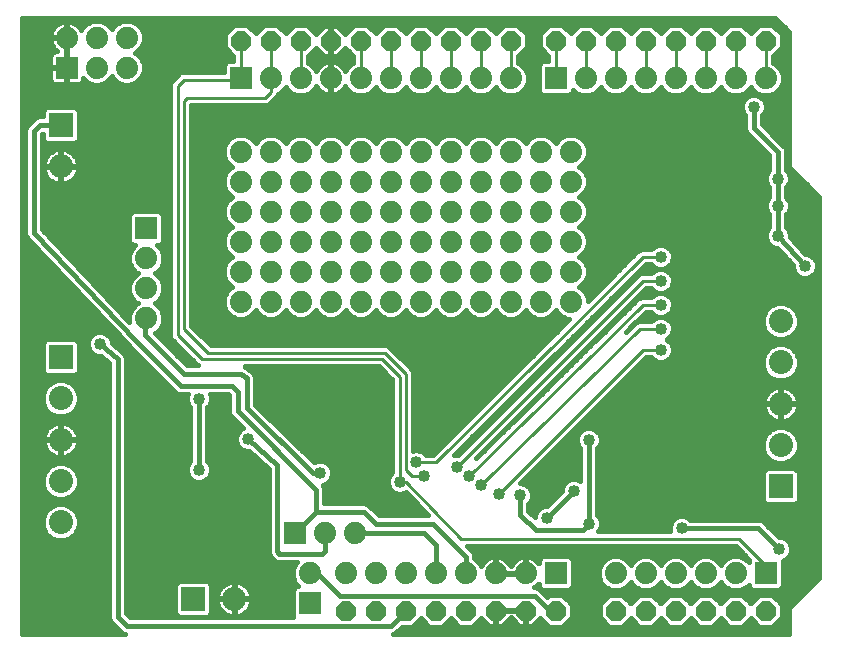
<source format=gbl>
G75*
%MOIN*%
%OFA0B0*%
%FSLAX24Y24*%
%IPPOS*%
%LPD*%
%AMOC8*
5,1,8,0,0,1.08239X$1,22.5*
%
%ADD10OC8,0.0660*%
%ADD11R,0.0740X0.0740*%
%ADD12C,0.0740*%
%ADD13C,0.0800*%
%ADD14R,0.0800X0.0800*%
%ADD15C,0.0160*%
%ADD16C,0.0400*%
%ADD17C,0.0100*%
D10*
X013752Y001500D03*
X014752Y001500D03*
X015752Y001500D03*
X016752Y001500D03*
X017752Y001500D03*
X018752Y001500D03*
X019752Y001500D03*
X020752Y001500D03*
X022752Y001500D03*
X023752Y001500D03*
X024752Y001500D03*
X025752Y001500D03*
X026752Y001500D03*
X027752Y001500D03*
X027752Y020500D03*
X026752Y020500D03*
X025752Y020500D03*
X024752Y020500D03*
X023752Y020500D03*
X022752Y020500D03*
X021752Y020500D03*
X020752Y020500D03*
X019252Y020500D03*
X018252Y020500D03*
X017252Y020500D03*
X016252Y020500D03*
X015252Y020500D03*
X014252Y020500D03*
X013252Y020500D03*
X012252Y020500D03*
X011252Y020500D03*
X010252Y020500D03*
D11*
X010252Y019250D03*
X004452Y019600D03*
X007102Y014250D03*
X020752Y019250D03*
X012052Y004100D03*
X012552Y001750D03*
X020752Y002750D03*
X027752Y002750D03*
D12*
X026752Y002750D03*
X025752Y002750D03*
X024752Y002750D03*
X023752Y002750D03*
X022752Y002750D03*
X019752Y002750D03*
X018752Y002750D03*
X017752Y002750D03*
X016752Y002750D03*
X015752Y002750D03*
X014752Y002750D03*
X013752Y002750D03*
X012552Y002750D03*
X013052Y004100D03*
X014052Y004100D03*
X007102Y011250D03*
X007102Y012250D03*
X007102Y013250D03*
X010252Y012800D03*
X011252Y012800D03*
X012252Y012800D03*
X012252Y013800D03*
X011252Y013800D03*
X010252Y013800D03*
X010252Y014800D03*
X011252Y014800D03*
X012252Y014800D03*
X012252Y015800D03*
X011252Y015800D03*
X010252Y015800D03*
X010252Y016800D03*
X011252Y016800D03*
X012252Y016800D03*
X013252Y016800D03*
X014252Y016800D03*
X015252Y016800D03*
X016252Y016800D03*
X017252Y016800D03*
X018252Y016800D03*
X019252Y016800D03*
X020252Y016800D03*
X021252Y016800D03*
X021252Y015800D03*
X020252Y015800D03*
X019252Y015800D03*
X018252Y015800D03*
X017252Y015800D03*
X016252Y015800D03*
X015252Y015800D03*
X014252Y015800D03*
X013252Y015800D03*
X013252Y014800D03*
X014252Y014800D03*
X015252Y014800D03*
X016252Y014800D03*
X017252Y014800D03*
X018252Y014800D03*
X019252Y014800D03*
X020252Y014800D03*
X021252Y014800D03*
X021252Y013800D03*
X020252Y013800D03*
X019252Y013800D03*
X018252Y013800D03*
X017252Y013800D03*
X016252Y013800D03*
X015252Y013800D03*
X014252Y013800D03*
X013252Y013800D03*
X013252Y012800D03*
X014252Y012800D03*
X015252Y012800D03*
X016252Y012800D03*
X017252Y012800D03*
X018252Y012800D03*
X019252Y012800D03*
X020252Y012800D03*
X021252Y012800D03*
X021252Y011800D03*
X020252Y011800D03*
X019252Y011800D03*
X018252Y011800D03*
X017252Y011800D03*
X016252Y011800D03*
X015252Y011800D03*
X014252Y011800D03*
X013252Y011800D03*
X012252Y011800D03*
X011252Y011800D03*
X010252Y011800D03*
X011252Y019250D03*
X012252Y019250D03*
X013252Y019250D03*
X014252Y019250D03*
X015252Y019250D03*
X016252Y019250D03*
X017252Y019250D03*
X018252Y019250D03*
X019252Y019250D03*
X021752Y019250D03*
X022752Y019250D03*
X023752Y019250D03*
X024752Y019250D03*
X025752Y019250D03*
X026752Y019250D03*
X027752Y019250D03*
X006452Y019600D03*
X005452Y019600D03*
X005452Y020600D03*
X006452Y020600D03*
X004452Y020600D03*
D13*
X004252Y016311D03*
X004252Y008578D03*
X004252Y007200D03*
X004252Y005822D03*
X004252Y004444D03*
X010041Y001900D03*
X028252Y007022D03*
X028252Y008400D03*
X028252Y009778D03*
X028252Y011156D03*
D14*
X028252Y005644D03*
X008663Y001900D03*
X004252Y009956D03*
X004252Y017689D03*
D15*
X002977Y021275D02*
X002977Y000725D01*
X006385Y000725D01*
X006294Y000763D01*
X005994Y001063D01*
X005915Y001141D01*
X005872Y001244D01*
X005872Y009769D01*
X005595Y010000D01*
X005473Y010000D01*
X005326Y010061D01*
X005213Y010173D01*
X005152Y010320D01*
X005152Y010480D01*
X005213Y010627D01*
X005326Y010739D01*
X005473Y010800D01*
X005632Y010800D01*
X005779Y010739D01*
X005891Y010627D01*
X005952Y010480D01*
X005952Y010431D01*
X006299Y010142D01*
X006311Y010137D01*
X006341Y010107D01*
X006374Y010079D01*
X006380Y010068D01*
X006390Y010059D01*
X006406Y010019D01*
X006426Y009981D01*
X006427Y009968D01*
X006432Y009956D01*
X006432Y009913D01*
X006436Y009870D01*
X006432Y009857D01*
X006432Y001416D01*
X006568Y001280D01*
X012000Y001280D01*
X011982Y001297D01*
X011982Y002203D01*
X012100Y002320D01*
X012176Y002320D01*
X012069Y002427D01*
X011982Y002637D01*
X011982Y002863D01*
X012069Y003073D01*
X012126Y003130D01*
X011487Y003130D01*
X011384Y003173D01*
X011314Y003243D01*
X011235Y003321D01*
X011192Y003424D01*
X011192Y006226D01*
X010527Y006830D01*
X010423Y006830D01*
X010276Y006891D01*
X010163Y007003D01*
X010102Y007150D01*
X010102Y007310D01*
X010163Y007457D01*
X010276Y007569D01*
X010318Y007587D01*
X009954Y007952D01*
X009915Y007991D01*
X009915Y007992D01*
X009915Y007992D01*
X009894Y008043D01*
X009872Y008094D01*
X009872Y008095D01*
X009872Y008095D01*
X009872Y008150D01*
X009872Y008684D01*
X009836Y008720D01*
X009223Y008720D01*
X009252Y008650D01*
X009252Y008490D01*
X009191Y008343D01*
X009132Y008284D01*
X009132Y006486D01*
X009191Y006427D01*
X009252Y006280D01*
X009252Y006120D01*
X009191Y005973D01*
X009079Y005861D01*
X008932Y005800D01*
X008773Y005800D01*
X008626Y005861D01*
X008513Y005973D01*
X008452Y006120D01*
X008452Y006280D01*
X008513Y006427D01*
X008572Y006486D01*
X008572Y008284D01*
X008513Y008343D01*
X008452Y008490D01*
X008452Y008650D01*
X008482Y008720D01*
X008197Y008720D01*
X008094Y008763D01*
X006591Y010266D01*
X006587Y010267D01*
X006552Y010305D01*
X006515Y010341D01*
X006513Y010345D01*
X003152Y013905D01*
X003115Y013941D01*
X003113Y013945D01*
X003111Y013948D01*
X003092Y013997D01*
X003072Y014044D01*
X003072Y014048D01*
X003071Y014052D01*
X003072Y014104D01*
X003072Y017556D01*
X003115Y017659D01*
X003394Y017937D01*
X003497Y017980D01*
X003652Y017980D01*
X003652Y018172D01*
X003770Y018289D01*
X004735Y018289D01*
X004852Y018172D01*
X004852Y017206D01*
X004735Y017089D01*
X003770Y017089D01*
X003652Y017206D01*
X003652Y017404D01*
X003632Y017384D01*
X003632Y014211D01*
X006532Y011141D01*
X006532Y011363D01*
X006619Y011573D01*
X006779Y011733D01*
X006820Y011750D01*
X006779Y011767D01*
X006619Y011927D01*
X006532Y012137D01*
X006532Y012363D01*
X006619Y012573D01*
X006779Y012733D01*
X006820Y012750D01*
X006779Y012767D01*
X006619Y012927D01*
X006532Y013137D01*
X006532Y013363D01*
X006619Y013573D01*
X006726Y013680D01*
X006650Y013680D01*
X006532Y013797D01*
X006532Y014703D01*
X006650Y014820D01*
X007555Y014820D01*
X007672Y014703D01*
X007672Y013797D01*
X007555Y013680D01*
X007478Y013680D01*
X007586Y013573D01*
X007672Y013363D01*
X007672Y013137D01*
X007586Y012927D01*
X007425Y012767D01*
X007385Y012750D01*
X007425Y012733D01*
X007586Y012573D01*
X007672Y012363D01*
X007672Y012137D01*
X007586Y011927D01*
X007425Y011767D01*
X007385Y011750D01*
X007425Y011733D01*
X007586Y011573D01*
X007672Y011363D01*
X007672Y011137D01*
X007586Y010927D01*
X007425Y010767D01*
X007394Y010754D01*
X008468Y009680D01*
X008830Y009680D01*
X008811Y009688D01*
X008011Y010488D01*
X007940Y010558D01*
X007902Y010650D01*
X007902Y019050D01*
X007940Y019142D01*
X008140Y019342D01*
X008211Y019412D01*
X008303Y019450D01*
X009682Y019450D01*
X009682Y019703D01*
X009800Y019820D01*
X010002Y019820D01*
X010002Y020000D01*
X009722Y020280D01*
X009722Y020720D01*
X010033Y021030D01*
X010472Y021030D01*
X010752Y020750D01*
X011033Y021030D01*
X011472Y021030D01*
X011752Y020750D01*
X012033Y021030D01*
X012472Y021030D01*
X012767Y020735D01*
X013041Y021010D01*
X013234Y021010D01*
X013234Y020518D01*
X013271Y020518D01*
X013271Y021010D01*
X013464Y021010D01*
X013738Y020735D01*
X014033Y021030D01*
X014472Y021030D01*
X014752Y020750D01*
X015033Y021030D01*
X015472Y021030D01*
X015752Y020750D01*
X016033Y021030D01*
X016472Y021030D01*
X016752Y020750D01*
X017033Y021030D01*
X017472Y021030D01*
X017752Y020750D01*
X018033Y021030D01*
X018472Y021030D01*
X018752Y020750D01*
X019033Y021030D01*
X019472Y021030D01*
X019782Y020720D01*
X019782Y020280D01*
X019502Y020000D01*
X019502Y019763D01*
X019575Y019733D01*
X019736Y019573D01*
X019822Y019363D01*
X019822Y019137D01*
X019736Y018927D01*
X019575Y018767D01*
X019366Y018680D01*
X019139Y018680D01*
X018929Y018767D01*
X018769Y018927D01*
X018752Y018968D01*
X018736Y018927D01*
X018575Y018767D01*
X018366Y018680D01*
X018139Y018680D01*
X017929Y018767D01*
X017769Y018927D01*
X017752Y018968D01*
X017736Y018927D01*
X017575Y018767D01*
X017366Y018680D01*
X017139Y018680D01*
X016929Y018767D01*
X016769Y018927D01*
X016752Y018968D01*
X016736Y018927D01*
X016575Y018767D01*
X016366Y018680D01*
X016139Y018680D01*
X015929Y018767D01*
X015769Y018927D01*
X015752Y018968D01*
X015736Y018927D01*
X015575Y018767D01*
X015366Y018680D01*
X015139Y018680D01*
X014929Y018767D01*
X014769Y018927D01*
X014752Y018968D01*
X014736Y018927D01*
X014575Y018767D01*
X014366Y018680D01*
X014139Y018680D01*
X013929Y018767D01*
X013769Y018927D01*
X013740Y018996D01*
X013723Y018962D01*
X013672Y018892D01*
X013611Y018830D01*
X013541Y018780D01*
X013463Y018740D01*
X013381Y018714D01*
X013296Y018700D01*
X013272Y018700D01*
X013272Y019230D01*
X013232Y019230D01*
X013232Y018700D01*
X013209Y018700D01*
X013124Y018714D01*
X013041Y018740D01*
X012964Y018780D01*
X012894Y018830D01*
X012833Y018892D01*
X012782Y018962D01*
X012764Y018996D01*
X012736Y018927D01*
X012575Y018767D01*
X012366Y018680D01*
X012139Y018680D01*
X011929Y018767D01*
X011769Y018927D01*
X011752Y018968D01*
X011736Y018927D01*
X011575Y018767D01*
X011496Y018734D01*
X011464Y018658D01*
X011394Y018588D01*
X011194Y018388D01*
X011102Y018350D01*
X008602Y018350D01*
X008602Y011004D01*
X009256Y010350D01*
X015102Y010350D01*
X015194Y010312D01*
X015264Y010242D01*
X015894Y009612D01*
X015894Y009612D01*
X015964Y009542D01*
X016002Y009450D01*
X016002Y006842D01*
X016023Y006850D01*
X016182Y006850D01*
X016329Y006789D01*
X016418Y006700D01*
X016649Y006700D01*
X021212Y011230D01*
X021139Y011230D01*
X020929Y011317D01*
X020769Y011477D01*
X020752Y011518D01*
X020736Y011477D01*
X020575Y011317D01*
X020366Y011230D01*
X020139Y011230D01*
X019929Y011317D01*
X019769Y011477D01*
X019752Y011518D01*
X019736Y011477D01*
X019575Y011317D01*
X019366Y011230D01*
X019139Y011230D01*
X018929Y011317D01*
X018769Y011477D01*
X018752Y011518D01*
X018736Y011477D01*
X018575Y011317D01*
X018366Y011230D01*
X018139Y011230D01*
X017929Y011317D01*
X017769Y011477D01*
X017752Y011518D01*
X017736Y011477D01*
X017575Y011317D01*
X017366Y011230D01*
X017139Y011230D01*
X016929Y011317D01*
X016769Y011477D01*
X016752Y011518D01*
X016736Y011477D01*
X016575Y011317D01*
X016366Y011230D01*
X016139Y011230D01*
X015929Y011317D01*
X015769Y011477D01*
X015752Y011518D01*
X015736Y011477D01*
X015575Y011317D01*
X015366Y011230D01*
X015139Y011230D01*
X014929Y011317D01*
X014769Y011477D01*
X014752Y011518D01*
X014736Y011477D01*
X014575Y011317D01*
X014366Y011230D01*
X014139Y011230D01*
X013929Y011317D01*
X013769Y011477D01*
X013752Y011518D01*
X013736Y011477D01*
X013575Y011317D01*
X013366Y011230D01*
X013139Y011230D01*
X012929Y011317D01*
X012769Y011477D01*
X012752Y011518D01*
X012736Y011477D01*
X012575Y011317D01*
X012366Y011230D01*
X012139Y011230D01*
X011929Y011317D01*
X011769Y011477D01*
X011752Y011518D01*
X011736Y011477D01*
X011575Y011317D01*
X011366Y011230D01*
X011139Y011230D01*
X010929Y011317D01*
X010769Y011477D01*
X010752Y011518D01*
X010736Y011477D01*
X010575Y011317D01*
X010366Y011230D01*
X010139Y011230D01*
X009929Y011317D01*
X009769Y011477D01*
X009682Y011687D01*
X009682Y011913D01*
X009769Y012123D01*
X009929Y012283D01*
X009970Y012300D01*
X009929Y012317D01*
X009769Y012477D01*
X009682Y012687D01*
X009682Y012913D01*
X009769Y013123D01*
X009929Y013283D01*
X009970Y013300D01*
X009929Y013317D01*
X009769Y013477D01*
X009682Y013687D01*
X009682Y013913D01*
X009769Y014123D01*
X009929Y014283D01*
X009970Y014300D01*
X009929Y014317D01*
X009769Y014477D01*
X009682Y014687D01*
X009682Y014913D01*
X009769Y015123D01*
X009929Y015283D01*
X009970Y015300D01*
X009929Y015317D01*
X009769Y015477D01*
X009682Y015687D01*
X009682Y015913D01*
X009769Y016123D01*
X009929Y016283D01*
X009970Y016300D01*
X009929Y016317D01*
X009769Y016477D01*
X009682Y016687D01*
X009682Y016913D01*
X009769Y017123D01*
X009929Y017283D01*
X010139Y017370D01*
X010366Y017370D01*
X010575Y017283D01*
X010736Y017123D01*
X010752Y017082D01*
X010769Y017123D01*
X010929Y017283D01*
X011139Y017370D01*
X011366Y017370D01*
X011575Y017283D01*
X011736Y017123D01*
X011752Y017082D01*
X011769Y017123D01*
X011929Y017283D01*
X012139Y017370D01*
X012366Y017370D01*
X012575Y017283D01*
X012736Y017123D01*
X012752Y017082D01*
X012769Y017123D01*
X012929Y017283D01*
X013139Y017370D01*
X013366Y017370D01*
X013575Y017283D01*
X013736Y017123D01*
X013752Y017082D01*
X013769Y017123D01*
X013929Y017283D01*
X014139Y017370D01*
X014366Y017370D01*
X014575Y017283D01*
X014736Y017123D01*
X014752Y017082D01*
X014769Y017123D01*
X014929Y017283D01*
X015139Y017370D01*
X015366Y017370D01*
X015575Y017283D01*
X015736Y017123D01*
X015752Y017082D01*
X015769Y017123D01*
X015929Y017283D01*
X016139Y017370D01*
X016366Y017370D01*
X016575Y017283D01*
X016736Y017123D01*
X016752Y017082D01*
X016769Y017123D01*
X016929Y017283D01*
X017139Y017370D01*
X017366Y017370D01*
X017575Y017283D01*
X017736Y017123D01*
X017752Y017082D01*
X017769Y017123D01*
X017929Y017283D01*
X018139Y017370D01*
X018366Y017370D01*
X018575Y017283D01*
X018736Y017123D01*
X018752Y017082D01*
X018769Y017123D01*
X018929Y017283D01*
X019139Y017370D01*
X019366Y017370D01*
X019575Y017283D01*
X019736Y017123D01*
X019752Y017082D01*
X019769Y017123D01*
X019929Y017283D01*
X020139Y017370D01*
X020366Y017370D01*
X020575Y017283D01*
X020736Y017123D01*
X020752Y017082D01*
X020769Y017123D01*
X020929Y017283D01*
X021139Y017370D01*
X021366Y017370D01*
X021575Y017283D01*
X021736Y017123D01*
X021822Y016913D01*
X021822Y016687D01*
X021736Y016477D01*
X021575Y016317D01*
X021535Y016300D01*
X021575Y016283D01*
X021736Y016123D01*
X021822Y015913D01*
X021822Y015687D01*
X021736Y015477D01*
X021575Y015317D01*
X021535Y015300D01*
X021575Y015283D01*
X021736Y015123D01*
X021822Y014913D01*
X021822Y014687D01*
X021736Y014477D01*
X021575Y014317D01*
X021535Y014300D01*
X021575Y014283D01*
X021736Y014123D01*
X021822Y013913D01*
X021822Y013687D01*
X021736Y013477D01*
X021575Y013317D01*
X021535Y013300D01*
X021575Y013283D01*
X021736Y013123D01*
X021822Y012913D01*
X021822Y012687D01*
X021736Y012477D01*
X021575Y012317D01*
X021535Y012300D01*
X021575Y012283D01*
X021736Y012123D01*
X021822Y011913D01*
X021822Y011836D01*
X023476Y013477D01*
X023511Y013512D01*
X023511Y013512D01*
X023512Y013512D01*
X023557Y013531D01*
X023603Y013550D01*
X023603Y013550D01*
X023604Y013550D01*
X023653Y013550D01*
X023937Y013550D01*
X024026Y013639D01*
X024173Y013700D01*
X024332Y013700D01*
X024479Y013639D01*
X024591Y013527D01*
X024652Y013380D01*
X024652Y013220D01*
X024591Y013073D01*
X024479Y012961D01*
X024332Y012900D01*
X024173Y012900D01*
X024026Y012961D01*
X023937Y013050D01*
X023755Y013050D01*
X017349Y006690D01*
X017373Y006700D01*
X017499Y006700D01*
X023440Y012642D01*
X023511Y012712D01*
X023603Y012750D01*
X023937Y012750D01*
X024026Y012839D01*
X024173Y012900D01*
X024332Y012900D01*
X024479Y012839D01*
X024591Y012727D01*
X024652Y012580D01*
X024652Y012420D01*
X024591Y012273D01*
X024479Y012161D01*
X024332Y012100D01*
X024173Y012100D01*
X024026Y012161D01*
X023937Y012250D01*
X023756Y012250D01*
X018088Y006582D01*
X023476Y011878D01*
X023511Y011912D01*
X023418Y011912D01*
X023511Y011912D02*
X023512Y011912D01*
X023513Y011913D01*
X023558Y011931D01*
X023603Y011950D01*
X023604Y011950D01*
X023605Y011950D01*
X023653Y011950D01*
X023937Y011950D01*
X024026Y012039D01*
X024173Y012100D01*
X024332Y012100D01*
X024479Y012039D01*
X024591Y011927D01*
X024652Y011780D01*
X024652Y011620D01*
X024591Y011473D01*
X024479Y011361D01*
X024332Y011300D01*
X024173Y011300D01*
X024026Y011361D01*
X023937Y011450D01*
X023755Y011450D01*
X023086Y010793D01*
X023376Y011078D01*
X023411Y011112D01*
X023412Y011112D01*
X023413Y011113D01*
X023458Y011131D01*
X023503Y011150D01*
X023504Y011150D01*
X023505Y011150D01*
X023554Y011150D01*
X023937Y011150D01*
X024026Y011239D01*
X024173Y011300D01*
X024332Y011300D01*
X024479Y011239D01*
X024591Y011127D01*
X024652Y010980D01*
X024652Y010820D01*
X024591Y010673D01*
X024479Y010561D01*
X024453Y010550D01*
X024479Y010539D01*
X024591Y010427D01*
X024652Y010280D01*
X024652Y010120D01*
X024591Y009973D01*
X024479Y009861D01*
X024332Y009800D01*
X024173Y009800D01*
X024026Y009861D01*
X023937Y009950D01*
X023756Y009950D01*
X019556Y005750D01*
X019632Y005750D01*
X019779Y005689D01*
X019891Y005577D01*
X019952Y005430D01*
X019952Y005270D01*
X019891Y005123D01*
X019832Y005064D01*
X019832Y004824D01*
X020052Y004624D01*
X020052Y004680D01*
X020113Y004827D01*
X020226Y004939D01*
X020373Y005000D01*
X020456Y005000D01*
X020952Y005496D01*
X020952Y005580D01*
X021013Y005727D01*
X021126Y005839D01*
X021273Y005900D01*
X021432Y005900D01*
X021572Y005842D01*
X021572Y006914D01*
X021513Y006973D01*
X021452Y007120D01*
X021452Y007280D01*
X021513Y007427D01*
X021626Y007539D01*
X021773Y007600D01*
X021932Y007600D01*
X022079Y007539D01*
X022191Y007427D01*
X022252Y007280D01*
X022252Y007120D01*
X022191Y006973D01*
X022132Y006914D01*
X022132Y004686D01*
X022191Y004627D01*
X022252Y004480D01*
X022252Y004320D01*
X022191Y004173D01*
X022168Y004150D01*
X024561Y004150D01*
X024552Y004170D01*
X024552Y004330D01*
X024613Y004477D01*
X024726Y004589D01*
X024873Y004650D01*
X025032Y004650D01*
X025179Y004589D01*
X025238Y004530D01*
X027558Y004530D01*
X027661Y004487D01*
X028198Y003950D01*
X028282Y003950D01*
X028429Y003889D01*
X028541Y003777D01*
X028602Y003630D01*
X028602Y003470D01*
X028541Y003323D01*
X028429Y003211D01*
X028322Y003167D01*
X028322Y002297D01*
X028205Y002180D01*
X027300Y002180D01*
X027182Y002297D01*
X027182Y002374D01*
X027075Y002267D01*
X026866Y002180D01*
X026639Y002180D01*
X026429Y002267D01*
X026269Y002427D01*
X026252Y002468D01*
X026236Y002427D01*
X026075Y002267D01*
X025866Y002180D01*
X025639Y002180D01*
X025429Y002267D01*
X025269Y002427D01*
X025252Y002468D01*
X025236Y002427D01*
X025075Y002267D01*
X024866Y002180D01*
X024639Y002180D01*
X024429Y002267D01*
X024269Y002427D01*
X024252Y002468D01*
X024236Y002427D01*
X024075Y002267D01*
X023866Y002180D01*
X023639Y002180D01*
X023429Y002267D01*
X023269Y002427D01*
X023252Y002468D01*
X023236Y002427D01*
X023075Y002267D01*
X022866Y002180D01*
X022639Y002180D01*
X022429Y002267D01*
X022269Y002427D01*
X022182Y002637D01*
X022182Y002863D01*
X022269Y003073D01*
X022429Y003233D01*
X022639Y003320D01*
X022866Y003320D01*
X023075Y003233D01*
X023236Y003073D01*
X023252Y003032D01*
X023269Y003073D01*
X023429Y003233D01*
X023639Y003320D01*
X023866Y003320D01*
X024075Y003233D01*
X024236Y003073D01*
X024252Y003032D01*
X024269Y003073D01*
X024429Y003233D01*
X024639Y003320D01*
X024866Y003320D01*
X025075Y003233D01*
X025236Y003073D01*
X025252Y003032D01*
X025269Y003073D01*
X025429Y003233D01*
X025639Y003320D01*
X025866Y003320D01*
X026075Y003233D01*
X026236Y003073D01*
X026252Y003032D01*
X026269Y003073D01*
X026429Y003233D01*
X026639Y003320D01*
X026866Y003320D01*
X027075Y003233D01*
X027182Y003126D01*
X027182Y003203D01*
X027189Y003210D01*
X026749Y003650D01*
X017798Y003650D01*
X017990Y003459D01*
X018032Y003356D01*
X018032Y003251D01*
X018075Y003233D01*
X018236Y003073D01*
X018264Y003004D01*
X018282Y003038D01*
X018333Y003108D01*
X018394Y003170D01*
X018464Y003220D01*
X018541Y003260D01*
X018624Y003286D01*
X018709Y003300D01*
X018732Y003300D01*
X018732Y002770D01*
X018772Y002770D01*
X018772Y003300D01*
X018796Y003300D01*
X018881Y003286D01*
X018963Y003260D01*
X019041Y003220D01*
X019111Y003170D01*
X019172Y003108D01*
X019223Y003038D01*
X019252Y002980D01*
X019282Y003038D01*
X019333Y003108D01*
X019394Y003170D01*
X019464Y003220D01*
X019541Y003260D01*
X019624Y003286D01*
X019709Y003300D01*
X019732Y003300D01*
X019732Y002770D01*
X019732Y002730D01*
X018772Y002730D01*
X018772Y002770D01*
X019302Y002770D01*
X019732Y002770D01*
X019772Y002770D01*
X019772Y003300D01*
X019796Y003300D01*
X019881Y003286D01*
X019963Y003260D01*
X020041Y003220D01*
X020111Y003170D01*
X020172Y003108D01*
X020182Y003094D01*
X020182Y003203D01*
X020300Y003320D01*
X021205Y003320D01*
X021322Y003203D01*
X021322Y002297D01*
X021205Y002180D01*
X020300Y002180D01*
X020182Y002297D01*
X020182Y002406D01*
X020172Y002392D01*
X020111Y002330D01*
X020041Y002280D01*
X020108Y002280D01*
X020211Y002237D01*
X020476Y001973D01*
X020533Y002030D01*
X020972Y002030D01*
X021282Y001720D01*
X021282Y001280D01*
X020972Y000970D01*
X020533Y000970D01*
X020238Y001265D01*
X019964Y000990D01*
X019771Y000990D01*
X019771Y001482D01*
X019734Y001482D01*
X018771Y001482D01*
X018771Y001518D01*
X019262Y001518D01*
X019734Y001518D01*
X019734Y001482D01*
X019734Y000990D01*
X019541Y000990D01*
X019252Y001279D01*
X018964Y000990D01*
X018771Y000990D01*
X018771Y001482D01*
X018734Y001482D01*
X018734Y000990D01*
X018541Y000990D01*
X018267Y001265D01*
X017972Y000970D01*
X017533Y000970D01*
X017252Y001250D01*
X016972Y000970D01*
X016533Y000970D01*
X016252Y001250D01*
X015972Y000970D01*
X015618Y000970D01*
X015490Y000841D01*
X015411Y000763D01*
X015320Y000725D01*
X028527Y000725D01*
X028527Y001593D01*
X029527Y002593D01*
X029527Y015307D01*
X028659Y016175D01*
X028527Y016307D01*
X028527Y020807D01*
X028059Y021275D01*
X002977Y021275D01*
X002977Y021264D02*
X028071Y021264D01*
X028229Y021105D02*
X006723Y021105D01*
X006775Y021083D02*
X006566Y021170D01*
X006339Y021170D01*
X006129Y021083D01*
X005969Y020923D01*
X005952Y020882D01*
X005936Y020923D01*
X005775Y021083D01*
X005566Y021170D01*
X005339Y021170D01*
X005129Y021083D01*
X004969Y020923D01*
X004940Y020854D01*
X004923Y020888D01*
X004872Y020958D01*
X004811Y021020D01*
X004741Y021070D01*
X004663Y021110D01*
X004581Y021136D01*
X004496Y021150D01*
X004472Y021150D01*
X004472Y020620D01*
X004432Y020620D01*
X004432Y020580D01*
X003902Y020580D01*
X003902Y020557D01*
X003916Y020471D01*
X002977Y020471D01*
X002977Y020313D02*
X003982Y020313D01*
X003982Y020312D02*
X004033Y020242D01*
X004094Y020180D01*
X004136Y020150D01*
X004059Y020150D01*
X004013Y020138D01*
X003972Y020114D01*
X003938Y020081D01*
X003915Y020039D01*
X003902Y019994D01*
X003902Y019620D01*
X004432Y019620D01*
X004432Y019580D01*
X003902Y019580D01*
X003902Y019206D01*
X003915Y019161D01*
X003938Y019119D01*
X003972Y019086D01*
X004013Y019062D01*
X004059Y019050D01*
X004432Y019050D01*
X004432Y019580D01*
X004472Y019580D01*
X004472Y019050D01*
X004846Y019050D01*
X004892Y019062D01*
X004933Y019086D01*
X004966Y019119D01*
X004990Y019161D01*
X005002Y019206D01*
X005002Y019244D01*
X005129Y019117D01*
X005339Y019030D01*
X005566Y019030D01*
X005775Y019117D01*
X005936Y019277D01*
X005952Y019318D01*
X005969Y019277D01*
X006129Y019117D01*
X006339Y019030D01*
X006566Y019030D01*
X006775Y019117D01*
X006936Y019277D01*
X007022Y019487D01*
X007022Y019713D01*
X006936Y019923D01*
X006775Y020083D01*
X006735Y020100D01*
X006775Y020117D01*
X006936Y020277D01*
X007022Y020487D01*
X007022Y020713D01*
X006936Y020923D01*
X006775Y021083D01*
X006912Y020947D02*
X009949Y020947D01*
X009791Y020788D02*
X006991Y020788D01*
X007022Y020630D02*
X009722Y020630D01*
X009722Y020471D02*
X007016Y020471D01*
X006950Y020313D02*
X009722Y020313D01*
X009849Y020154D02*
X006812Y020154D01*
X006863Y019996D02*
X010002Y019996D01*
X010002Y019837D02*
X006971Y019837D01*
X007022Y019679D02*
X009682Y019679D01*
X009682Y019520D02*
X007022Y019520D01*
X006971Y019362D02*
X008160Y019362D01*
X008002Y019203D02*
X006861Y019203D01*
X006601Y019045D02*
X007902Y019045D01*
X007902Y018886D02*
X002977Y018886D01*
X002977Y018728D02*
X007902Y018728D01*
X007902Y018569D02*
X002977Y018569D01*
X002977Y018411D02*
X007902Y018411D01*
X007902Y018252D02*
X004772Y018252D01*
X004852Y018094D02*
X007902Y018094D01*
X007902Y017935D02*
X004852Y017935D01*
X004852Y017777D02*
X007902Y017777D01*
X007902Y017618D02*
X004852Y017618D01*
X004852Y017460D02*
X007902Y017460D01*
X007902Y017301D02*
X004852Y017301D01*
X004789Y017143D02*
X007902Y017143D01*
X007902Y016984D02*
X003632Y016984D01*
X003632Y016826D02*
X003985Y016826D01*
X003948Y016807D02*
X003875Y016753D01*
X003810Y016689D01*
X003756Y016615D01*
X003715Y016534D01*
X003687Y016447D01*
X003672Y016357D01*
X003672Y016331D01*
X004232Y016331D01*
X004232Y016291D01*
X003672Y016291D01*
X003672Y016265D01*
X003687Y016175D01*
X003715Y016088D01*
X003756Y016007D01*
X003810Y015933D01*
X003875Y015869D01*
X003948Y015815D01*
X004030Y015774D01*
X004117Y015745D01*
X004207Y015731D01*
X004232Y015731D01*
X004232Y016291D01*
X004272Y016291D01*
X004272Y015731D01*
X004298Y015731D01*
X004388Y015745D01*
X004475Y015774D01*
X004556Y015815D01*
X004630Y015869D01*
X004695Y015933D01*
X004748Y016007D01*
X004790Y016088D01*
X004818Y016175D01*
X004832Y016265D01*
X004832Y016291D01*
X004272Y016291D01*
X004272Y016331D01*
X004232Y016331D01*
X004232Y016891D01*
X004207Y016891D01*
X004117Y016877D01*
X004030Y016849D01*
X003948Y016807D01*
X003794Y016667D02*
X003632Y016667D01*
X003632Y016509D02*
X003707Y016509D01*
X003672Y016350D02*
X003632Y016350D01*
X003632Y016192D02*
X003684Y016192D01*
X003632Y016033D02*
X003743Y016033D01*
X003632Y015875D02*
X003869Y015875D01*
X003632Y015716D02*
X007902Y015716D01*
X007902Y015558D02*
X003632Y015558D01*
X003632Y015399D02*
X007902Y015399D01*
X007902Y015241D02*
X003632Y015241D01*
X003632Y015082D02*
X007902Y015082D01*
X007902Y014924D02*
X003632Y014924D01*
X003632Y014765D02*
X006595Y014765D01*
X006532Y014607D02*
X003632Y014607D01*
X003632Y014448D02*
X006532Y014448D01*
X006532Y014290D02*
X003632Y014290D01*
X003708Y014131D02*
X006532Y014131D01*
X006532Y013973D02*
X003858Y013973D01*
X004008Y013814D02*
X006532Y013814D01*
X006702Y013656D02*
X004157Y013656D01*
X004307Y013497D02*
X006588Y013497D01*
X006532Y013339D02*
X004457Y013339D01*
X004606Y013180D02*
X006532Y013180D01*
X006580Y013022D02*
X004756Y013022D01*
X004906Y012863D02*
X006683Y012863D01*
X006751Y012705D02*
X005055Y012705D01*
X005205Y012546D02*
X006608Y012546D01*
X006542Y012388D02*
X005355Y012388D01*
X005505Y012229D02*
X006532Y012229D01*
X006560Y012071D02*
X005654Y012071D01*
X005804Y011912D02*
X006634Y011912D01*
X006811Y011754D02*
X005954Y011754D01*
X006103Y011595D02*
X006641Y011595D01*
X006563Y011437D02*
X006253Y011437D01*
X006403Y011278D02*
X006532Y011278D01*
X007052Y011200D02*
X007102Y011250D01*
X007052Y011200D02*
X007052Y010700D01*
X008352Y009400D01*
X010252Y009400D01*
X010452Y009250D01*
X010452Y008250D01*
X012652Y006100D01*
X012902Y006100D01*
X013204Y006365D02*
X015302Y006365D01*
X015302Y006523D02*
X012620Y006523D01*
X012697Y006448D02*
X010732Y008368D01*
X010732Y009215D01*
X010737Y009234D01*
X010732Y009270D01*
X010732Y009306D01*
X010725Y009325D01*
X010722Y009345D01*
X010703Y009376D01*
X015123Y009376D01*
X015281Y009218D02*
X010733Y009218D01*
X010732Y009059D02*
X015302Y009059D01*
X015182Y009060D02*
X015092Y009150D01*
X014502Y009150D01*
X014964Y009535D02*
X010540Y009535D01*
X010592Y009495D02*
X010436Y009612D01*
X010411Y009637D01*
X010392Y009645D01*
X010386Y009650D01*
X014849Y009650D01*
X015302Y009196D01*
X015302Y006116D01*
X015213Y006027D01*
X015152Y005880D01*
X015152Y005720D01*
X015213Y005573D01*
X015326Y005461D01*
X015473Y005400D01*
X015632Y005400D01*
X015747Y005448D01*
X016494Y004680D01*
X014868Y004680D01*
X014590Y004959D01*
X014511Y005037D01*
X014408Y005080D01*
X013032Y005080D01*
X013032Y005540D01*
X013032Y005595D01*
X013032Y005595D01*
X013032Y005596D01*
X013011Y005647D01*
X012990Y005698D01*
X012990Y005698D01*
X012990Y005699D01*
X012986Y005702D01*
X013129Y005761D01*
X013241Y005873D01*
X013302Y006020D01*
X013302Y006180D01*
X013241Y006327D01*
X013129Y006439D01*
X012982Y006500D01*
X012823Y006500D01*
X012697Y006448D01*
X012458Y006682D02*
X015302Y006682D01*
X015182Y006760D02*
X015182Y009060D01*
X015302Y008901D02*
X010732Y008901D01*
X010732Y008742D02*
X015302Y008742D01*
X015302Y008584D02*
X010732Y008584D01*
X010732Y008425D02*
X015302Y008425D01*
X015302Y008267D02*
X010836Y008267D01*
X010998Y008108D02*
X015302Y008108D01*
X015302Y007950D02*
X011160Y007950D01*
X011323Y007791D02*
X015302Y007791D01*
X015302Y007633D02*
X011485Y007633D01*
X011647Y007474D02*
X015302Y007474D01*
X015302Y007316D02*
X011809Y007316D01*
X011971Y007157D02*
X015302Y007157D01*
X015302Y006999D02*
X012134Y006999D01*
X012296Y006840D02*
X015302Y006840D01*
X016002Y006999D02*
X016950Y006999D01*
X017110Y007157D02*
X016002Y007157D01*
X016002Y007316D02*
X017269Y007316D01*
X017429Y007474D02*
X016002Y007474D01*
X016002Y007633D02*
X017589Y007633D01*
X017748Y007791D02*
X016002Y007791D01*
X016002Y007950D02*
X017908Y007950D01*
X018068Y008108D02*
X016002Y008108D01*
X016002Y008267D02*
X018227Y008267D01*
X018387Y008425D02*
X016002Y008425D01*
X016002Y008584D02*
X018547Y008584D01*
X018706Y008742D02*
X016002Y008742D01*
X016002Y008901D02*
X018866Y008901D01*
X019026Y009059D02*
X016002Y009059D01*
X016002Y009218D02*
X019185Y009218D01*
X019345Y009376D02*
X016002Y009376D01*
X015967Y009535D02*
X019505Y009535D01*
X019664Y009693D02*
X015813Y009693D01*
X015654Y009852D02*
X019824Y009852D01*
X019984Y010010D02*
X015496Y010010D01*
X015337Y010169D02*
X020143Y010169D01*
X020303Y010327D02*
X015158Y010327D01*
X015023Y011278D02*
X014482Y011278D01*
X014695Y011437D02*
X014810Y011437D01*
X015482Y011278D02*
X016023Y011278D01*
X015810Y011437D02*
X015695Y011437D01*
X016482Y011278D02*
X017023Y011278D01*
X016810Y011437D02*
X016695Y011437D01*
X017482Y011278D02*
X018023Y011278D01*
X017810Y011437D02*
X017695Y011437D01*
X018482Y011278D02*
X019023Y011278D01*
X018810Y011437D02*
X018695Y011437D01*
X019482Y011278D02*
X020023Y011278D01*
X019810Y011437D02*
X019695Y011437D01*
X020482Y011278D02*
X021023Y011278D01*
X021101Y011120D02*
X008602Y011120D01*
X008602Y011278D02*
X010023Y011278D01*
X009810Y011437D02*
X008602Y011437D01*
X008602Y011595D02*
X009720Y011595D01*
X009682Y011754D02*
X008602Y011754D01*
X008602Y011912D02*
X009682Y011912D01*
X009747Y012071D02*
X008602Y012071D01*
X008602Y012229D02*
X009875Y012229D01*
X009859Y012388D02*
X008602Y012388D01*
X008602Y012546D02*
X009741Y012546D01*
X009682Y012705D02*
X008602Y012705D01*
X008602Y012863D02*
X009682Y012863D01*
X009727Y013022D02*
X008602Y013022D01*
X008602Y013180D02*
X009826Y013180D01*
X009908Y013339D02*
X008602Y013339D01*
X008602Y013497D02*
X009761Y013497D01*
X009695Y013656D02*
X008602Y013656D01*
X008602Y013814D02*
X009682Y013814D01*
X009707Y013973D02*
X008602Y013973D01*
X008602Y014131D02*
X009777Y014131D01*
X009945Y014290D02*
X008602Y014290D01*
X008602Y014448D02*
X009798Y014448D01*
X009716Y014607D02*
X008602Y014607D01*
X008602Y014765D02*
X009682Y014765D01*
X009687Y014924D02*
X008602Y014924D01*
X008602Y015082D02*
X009752Y015082D01*
X009887Y015241D02*
X008602Y015241D01*
X008602Y015399D02*
X009847Y015399D01*
X009736Y015558D02*
X008602Y015558D01*
X008602Y015716D02*
X009682Y015716D01*
X009682Y015875D02*
X008602Y015875D01*
X008602Y016033D02*
X009732Y016033D01*
X009838Y016192D02*
X008602Y016192D01*
X008602Y016350D02*
X009896Y016350D01*
X009756Y016509D02*
X008602Y016509D01*
X008602Y016667D02*
X009690Y016667D01*
X009682Y016826D02*
X008602Y016826D01*
X008602Y016984D02*
X009712Y016984D01*
X009789Y017143D02*
X008602Y017143D01*
X008602Y017301D02*
X009972Y017301D01*
X010532Y017301D02*
X010972Y017301D01*
X010789Y017143D02*
X010716Y017143D01*
X011532Y017301D02*
X011972Y017301D01*
X011789Y017143D02*
X011716Y017143D01*
X012532Y017301D02*
X012972Y017301D01*
X012789Y017143D02*
X012716Y017143D01*
X013532Y017301D02*
X013972Y017301D01*
X013789Y017143D02*
X013716Y017143D01*
X014532Y017301D02*
X014972Y017301D01*
X014789Y017143D02*
X014716Y017143D01*
X015532Y017301D02*
X015972Y017301D01*
X015789Y017143D02*
X015716Y017143D01*
X016532Y017301D02*
X016972Y017301D01*
X016789Y017143D02*
X016716Y017143D01*
X017532Y017301D02*
X017972Y017301D01*
X017789Y017143D02*
X017716Y017143D01*
X018532Y017301D02*
X018972Y017301D01*
X018789Y017143D02*
X018716Y017143D01*
X019532Y017301D02*
X019972Y017301D01*
X019789Y017143D02*
X019716Y017143D01*
X020532Y017301D02*
X020972Y017301D01*
X020789Y017143D02*
X020716Y017143D01*
X021532Y017301D02*
X027255Y017301D01*
X027115Y017441D02*
X027872Y016684D01*
X027872Y016186D01*
X027813Y016127D01*
X027752Y015980D01*
X027752Y015820D01*
X027813Y015673D01*
X027872Y015614D01*
X027872Y015286D01*
X027813Y015227D01*
X027752Y015080D01*
X027752Y014920D01*
X027813Y014773D01*
X027872Y014714D01*
X027872Y014286D01*
X027813Y014227D01*
X027752Y014080D01*
X027752Y013920D01*
X027813Y013773D01*
X027926Y013661D01*
X028073Y013600D01*
X028136Y013600D01*
X028652Y013026D01*
X028652Y012920D01*
X028713Y012773D01*
X028826Y012661D01*
X028973Y012600D01*
X029132Y012600D01*
X029279Y012661D01*
X029391Y012773D01*
X029452Y012920D01*
X029452Y013080D01*
X029391Y013227D01*
X029279Y013339D01*
X029132Y013400D01*
X029069Y013400D01*
X028552Y013974D01*
X028552Y014080D01*
X028491Y014227D01*
X028432Y014286D01*
X028432Y014714D01*
X028491Y014773D01*
X028552Y014920D01*
X028552Y015080D01*
X028491Y015227D01*
X028432Y015286D01*
X028432Y015614D01*
X028491Y015673D01*
X028552Y015820D01*
X028552Y015980D01*
X028491Y016127D01*
X028432Y016186D01*
X028432Y016856D01*
X028390Y016959D01*
X028311Y017037D01*
X027632Y017716D01*
X027632Y018014D01*
X027691Y018073D01*
X027752Y018220D01*
X027752Y018380D01*
X027691Y018527D01*
X027579Y018639D01*
X027432Y018700D01*
X027273Y018700D01*
X027126Y018639D01*
X027013Y018527D01*
X026952Y018380D01*
X026952Y018220D01*
X027013Y018073D01*
X027072Y018014D01*
X027072Y017544D01*
X027115Y017441D01*
X027107Y017460D02*
X008602Y017460D01*
X008602Y017618D02*
X027072Y017618D01*
X027072Y017777D02*
X008602Y017777D01*
X008602Y017935D02*
X027072Y017935D01*
X027005Y018094D02*
X008602Y018094D01*
X008602Y018252D02*
X026952Y018252D01*
X026965Y018411D02*
X011216Y018411D01*
X011375Y018569D02*
X027056Y018569D01*
X026980Y018728D02*
X027524Y018728D01*
X027429Y018767D02*
X027639Y018680D01*
X027866Y018680D01*
X028075Y018767D01*
X028236Y018927D01*
X028322Y019137D01*
X028322Y019363D01*
X028236Y019573D01*
X028075Y019733D01*
X028002Y019763D01*
X028002Y020000D01*
X028282Y020280D01*
X028282Y020720D01*
X027972Y021030D01*
X027533Y021030D01*
X027252Y020750D01*
X026972Y021030D01*
X026533Y021030D01*
X026252Y020750D01*
X025972Y021030D01*
X025533Y021030D01*
X025252Y020750D01*
X024972Y021030D01*
X024533Y021030D01*
X024252Y020750D01*
X023972Y021030D01*
X023533Y021030D01*
X023252Y020750D01*
X022972Y021030D01*
X022533Y021030D01*
X022252Y020750D01*
X021972Y021030D01*
X021533Y021030D01*
X021252Y020750D01*
X020972Y021030D01*
X020533Y021030D01*
X020222Y020720D01*
X020222Y020280D01*
X020502Y020000D01*
X020502Y019820D01*
X020300Y019820D01*
X020182Y019703D01*
X020182Y018797D01*
X020300Y018680D01*
X021205Y018680D01*
X021322Y018797D01*
X021322Y018874D01*
X021429Y018767D01*
X021639Y018680D01*
X021866Y018680D01*
X022075Y018767D01*
X022236Y018927D01*
X022252Y018968D01*
X022269Y018927D01*
X022429Y018767D01*
X022639Y018680D01*
X022866Y018680D01*
X023075Y018767D01*
X023236Y018927D01*
X023252Y018968D01*
X023269Y018927D01*
X023429Y018767D01*
X023639Y018680D01*
X023866Y018680D01*
X024075Y018767D01*
X024236Y018927D01*
X024252Y018968D01*
X024269Y018927D01*
X024429Y018767D01*
X024639Y018680D01*
X024866Y018680D01*
X025075Y018767D01*
X025236Y018927D01*
X025252Y018968D01*
X025269Y018927D01*
X025429Y018767D01*
X025639Y018680D01*
X025866Y018680D01*
X026075Y018767D01*
X026236Y018927D01*
X026252Y018968D01*
X026269Y018927D01*
X026429Y018767D01*
X026639Y018680D01*
X026866Y018680D01*
X027075Y018767D01*
X027236Y018927D01*
X027252Y018968D01*
X027269Y018927D01*
X027429Y018767D01*
X027310Y018886D02*
X027194Y018886D01*
X027649Y018569D02*
X028527Y018569D01*
X028527Y018411D02*
X027740Y018411D01*
X027752Y018252D02*
X028527Y018252D01*
X028527Y018094D02*
X027700Y018094D01*
X027632Y017935D02*
X028527Y017935D01*
X028527Y017777D02*
X027632Y017777D01*
X027730Y017618D02*
X028527Y017618D01*
X028527Y017460D02*
X027889Y017460D01*
X028047Y017301D02*
X028527Y017301D01*
X028527Y017143D02*
X028206Y017143D01*
X028364Y016984D02*
X028527Y016984D01*
X028527Y016826D02*
X028432Y016826D01*
X028432Y016667D02*
X028527Y016667D01*
X028527Y016509D02*
X028432Y016509D01*
X028432Y016350D02*
X028527Y016350D01*
X028432Y016192D02*
X028643Y016192D01*
X028530Y016033D02*
X028801Y016033D01*
X028960Y015875D02*
X028552Y015875D01*
X028509Y015716D02*
X029118Y015716D01*
X029277Y015558D02*
X028432Y015558D01*
X028432Y015399D02*
X029435Y015399D01*
X029527Y015241D02*
X028478Y015241D01*
X028551Y015082D02*
X029527Y015082D01*
X029527Y014924D02*
X028552Y014924D01*
X028483Y014765D02*
X029527Y014765D01*
X029527Y014607D02*
X028432Y014607D01*
X028432Y014448D02*
X029527Y014448D01*
X029527Y014290D02*
X028432Y014290D01*
X028531Y014131D02*
X029527Y014131D01*
X029527Y013973D02*
X028554Y013973D01*
X028696Y013814D02*
X029527Y013814D01*
X029527Y013656D02*
X028839Y013656D01*
X028982Y013497D02*
X029527Y013497D01*
X029527Y013339D02*
X029280Y013339D01*
X029411Y013180D02*
X029527Y013180D01*
X029527Y013022D02*
X029452Y013022D01*
X029429Y012863D02*
X029527Y012863D01*
X029527Y012705D02*
X029323Y012705D01*
X029527Y012546D02*
X024652Y012546D01*
X024639Y012388D02*
X029527Y012388D01*
X029527Y012229D02*
X024547Y012229D01*
X024403Y012071D02*
X029527Y012071D01*
X029527Y011912D02*
X024597Y011912D01*
X024652Y011754D02*
X028127Y011754D01*
X028133Y011756D02*
X027912Y011665D01*
X027744Y011496D01*
X027652Y011275D01*
X027652Y011037D01*
X027744Y010816D01*
X027912Y010647D01*
X028133Y010556D01*
X028372Y010556D01*
X028592Y010647D01*
X028761Y010816D01*
X028852Y011037D01*
X028852Y011275D01*
X028761Y011496D01*
X028592Y011665D01*
X028372Y011756D01*
X028133Y011756D01*
X028377Y011754D02*
X029527Y011754D01*
X029527Y011595D02*
X028662Y011595D01*
X028786Y011437D02*
X029527Y011437D01*
X029527Y011278D02*
X028851Y011278D01*
X028852Y011120D02*
X029527Y011120D01*
X029527Y010961D02*
X028821Y010961D01*
X028748Y010803D02*
X029527Y010803D01*
X029527Y010644D02*
X028584Y010644D01*
X028495Y010327D02*
X029527Y010327D01*
X029527Y010169D02*
X028710Y010169D01*
X028761Y010118D02*
X028592Y010287D01*
X028372Y010378D01*
X028133Y010378D01*
X027912Y010287D01*
X027744Y010118D01*
X027652Y009897D01*
X027652Y009659D01*
X027744Y009438D01*
X027912Y009269D01*
X028133Y009178D01*
X028372Y009178D01*
X028592Y009269D01*
X028761Y009438D01*
X028852Y009659D01*
X028852Y009897D01*
X028761Y010118D01*
X028806Y010010D02*
X029527Y010010D01*
X029527Y009852D02*
X028852Y009852D01*
X028852Y009693D02*
X029527Y009693D01*
X029527Y009535D02*
X028801Y009535D01*
X028699Y009376D02*
X029527Y009376D01*
X029527Y009218D02*
X028467Y009218D01*
X028388Y008966D02*
X028298Y008980D01*
X028272Y008980D01*
X028272Y008420D01*
X028232Y008420D01*
X028232Y008380D01*
X027672Y008380D01*
X027672Y008354D01*
X027687Y008264D01*
X027715Y008177D01*
X027756Y008096D01*
X027810Y008022D01*
X027875Y007958D01*
X027948Y007904D01*
X028030Y007862D01*
X028117Y007834D01*
X028207Y007820D01*
X028232Y007820D01*
X028232Y008380D01*
X028272Y008380D01*
X028272Y007820D01*
X028298Y007820D01*
X028388Y007834D01*
X028475Y007862D01*
X028556Y007904D01*
X028630Y007958D01*
X028695Y008022D01*
X028748Y008096D01*
X028790Y008177D01*
X028818Y008264D01*
X028832Y008354D01*
X028832Y008380D01*
X028272Y008380D01*
X028272Y008420D01*
X028832Y008420D01*
X028832Y008446D01*
X028818Y008536D01*
X028790Y008623D01*
X028748Y008704D01*
X028695Y008778D01*
X028630Y008842D01*
X028556Y008896D01*
X028475Y008938D01*
X028388Y008966D01*
X028272Y008901D02*
X028232Y008901D01*
X028232Y008980D02*
X028207Y008980D01*
X028117Y008966D01*
X028030Y008938D01*
X027948Y008896D01*
X027875Y008842D01*
X027810Y008778D01*
X027756Y008704D01*
X027715Y008623D01*
X027687Y008536D01*
X027672Y008446D01*
X027672Y008420D01*
X028232Y008420D01*
X028232Y008980D01*
X028232Y008742D02*
X028272Y008742D01*
X028272Y008584D02*
X028232Y008584D01*
X028232Y008425D02*
X028272Y008425D01*
X028252Y008400D02*
X025282Y008400D01*
X025272Y008390D01*
X023499Y009693D02*
X027652Y009693D01*
X027652Y009852D02*
X024456Y009852D01*
X024607Y010010D02*
X027699Y010010D01*
X027794Y010169D02*
X024652Y010169D01*
X024633Y010327D02*
X028010Y010327D01*
X027920Y010644D02*
X024562Y010644D01*
X024533Y010486D02*
X029527Y010486D01*
X027843Y011595D02*
X024642Y011595D01*
X024555Y011437D02*
X027719Y011437D01*
X027654Y011278D02*
X024385Y011278D01*
X024594Y011120D02*
X027652Y011120D01*
X027684Y010961D02*
X024652Y010961D01*
X024645Y010803D02*
X027757Y010803D01*
X027704Y009535D02*
X023340Y009535D01*
X023182Y009376D02*
X027806Y009376D01*
X028038Y009218D02*
X023023Y009218D01*
X022865Y009059D02*
X029527Y009059D01*
X029527Y008901D02*
X028548Y008901D01*
X028721Y008742D02*
X029527Y008742D01*
X029527Y008584D02*
X028803Y008584D01*
X028832Y008425D02*
X029527Y008425D01*
X029527Y008267D02*
X028818Y008267D01*
X028755Y008108D02*
X029527Y008108D01*
X029527Y007950D02*
X028619Y007950D01*
X028272Y007950D02*
X028232Y007950D01*
X028232Y008108D02*
X028272Y008108D01*
X028272Y008267D02*
X028232Y008267D01*
X027886Y007950D02*
X021755Y007950D01*
X021914Y008108D02*
X027750Y008108D01*
X027686Y008267D02*
X022072Y008267D01*
X022231Y008425D02*
X027672Y008425D01*
X027702Y008584D02*
X022389Y008584D01*
X022548Y008742D02*
X027784Y008742D01*
X027957Y008901D02*
X022706Y008901D01*
X023657Y009852D02*
X024048Y009852D01*
X023096Y010803D02*
X023096Y010803D01*
X023257Y010961D02*
X023257Y010961D01*
X023418Y011120D02*
X023428Y011120D01*
X023580Y011278D02*
X024120Y011278D01*
X023950Y011437D02*
X023741Y011437D01*
X023350Y011754D02*
X023259Y011754D01*
X023189Y011595D02*
X023101Y011595D01*
X023028Y011437D02*
X022942Y011437D01*
X022866Y011278D02*
X022784Y011278D01*
X022705Y011120D02*
X022625Y011120D01*
X022544Y010961D02*
X022467Y010961D01*
X022382Y010803D02*
X022308Y010803D01*
X022221Y010644D02*
X022150Y010644D01*
X022060Y010486D02*
X021991Y010486D01*
X021899Y010327D02*
X021833Y010327D01*
X021737Y010169D02*
X021674Y010169D01*
X021576Y010010D02*
X021516Y010010D01*
X021415Y009852D02*
X021357Y009852D01*
X021254Y009693D02*
X021199Y009693D01*
X021092Y009535D02*
X021040Y009535D01*
X020931Y009376D02*
X020882Y009376D01*
X020770Y009218D02*
X020723Y009218D01*
X020608Y009059D02*
X020565Y009059D01*
X020447Y008901D02*
X020406Y008901D01*
X020286Y008742D02*
X020248Y008742D01*
X020125Y008584D02*
X020089Y008584D01*
X019963Y008425D02*
X019931Y008425D01*
X019802Y008267D02*
X019772Y008267D01*
X019641Y008108D02*
X019614Y008108D01*
X019479Y007950D02*
X019455Y007950D01*
X019318Y007791D02*
X019297Y007791D01*
X019157Y007633D02*
X019138Y007633D01*
X018996Y007474D02*
X018980Y007474D01*
X018834Y007316D02*
X018821Y007316D01*
X018673Y007157D02*
X018663Y007157D01*
X018512Y006999D02*
X018504Y006999D01*
X018350Y006840D02*
X018346Y006840D01*
X018189Y006682D02*
X018187Y006682D01*
X017797Y006999D02*
X017660Y006999D01*
X017639Y006840D02*
X017500Y006840D01*
X017819Y007157D02*
X017956Y007157D01*
X017979Y007316D02*
X018114Y007316D01*
X018139Y007474D02*
X018273Y007474D01*
X018298Y007633D02*
X018431Y007633D01*
X018458Y007791D02*
X018590Y007791D01*
X018618Y007950D02*
X018748Y007950D01*
X018777Y008108D02*
X018907Y008108D01*
X018937Y008267D02*
X019065Y008267D01*
X019097Y008425D02*
X019224Y008425D01*
X019256Y008584D02*
X019382Y008584D01*
X019416Y008742D02*
X019541Y008742D01*
X019576Y008901D02*
X019699Y008901D01*
X019735Y009059D02*
X019858Y009059D01*
X019895Y009218D02*
X020016Y009218D01*
X020055Y009376D02*
X020175Y009376D01*
X020214Y009535D02*
X020333Y009535D01*
X020374Y009693D02*
X020492Y009693D01*
X020534Y009852D02*
X020650Y009852D01*
X020693Y010010D02*
X020809Y010010D01*
X020853Y010169D02*
X020967Y010169D01*
X021013Y010327D02*
X021126Y010327D01*
X021172Y010486D02*
X021284Y010486D01*
X021332Y010644D02*
X021443Y010644D01*
X021491Y010803D02*
X021601Y010803D01*
X021651Y010961D02*
X021760Y010961D01*
X021811Y011120D02*
X021918Y011120D01*
X021970Y011278D02*
X022077Y011278D01*
X022130Y011437D02*
X022235Y011437D01*
X022290Y011595D02*
X022394Y011595D01*
X022449Y011754D02*
X022552Y011754D01*
X022609Y011912D02*
X022711Y011912D01*
X022769Y012071D02*
X022869Y012071D01*
X022928Y012229D02*
X023028Y012229D01*
X023088Y012388D02*
X023186Y012388D01*
X023248Y012546D02*
X023345Y012546D01*
X023407Y012705D02*
X023503Y012705D01*
X023567Y012863D02*
X024084Y012863D01*
X023965Y013022D02*
X023727Y013022D01*
X023336Y013339D02*
X021597Y013339D01*
X021678Y013180D02*
X023177Y013180D01*
X023017Y013022D02*
X021778Y013022D01*
X021822Y012863D02*
X022857Y012863D01*
X022698Y012705D02*
X021822Y012705D01*
X021764Y012546D02*
X022538Y012546D01*
X022378Y012388D02*
X021646Y012388D01*
X021629Y012229D02*
X022219Y012229D01*
X022059Y012071D02*
X021757Y012071D01*
X021822Y011912D02*
X021899Y011912D01*
X020810Y011437D02*
X020695Y011437D01*
X020941Y010961D02*
X008645Y010961D01*
X008803Y010803D02*
X020782Y010803D01*
X020622Y010644D02*
X008962Y010644D01*
X009120Y010486D02*
X020462Y010486D01*
X023576Y012071D02*
X024102Y012071D01*
X023958Y012229D02*
X023735Y012229D01*
X024421Y012863D02*
X028676Y012863D01*
X028652Y013022D02*
X024540Y013022D01*
X024636Y013180D02*
X028514Y013180D01*
X028371Y013339D02*
X024652Y013339D01*
X024604Y013497D02*
X028228Y013497D01*
X027939Y013656D02*
X024439Y013656D01*
X024065Y013656D02*
X021809Y013656D01*
X021822Y013814D02*
X027796Y013814D01*
X027752Y013973D02*
X021798Y013973D01*
X021727Y014131D02*
X027774Y014131D01*
X027872Y014290D02*
X021560Y014290D01*
X021706Y014448D02*
X027872Y014448D01*
X027872Y014607D02*
X021789Y014607D01*
X021822Y014765D02*
X027822Y014765D01*
X027752Y014924D02*
X021818Y014924D01*
X021753Y015082D02*
X027753Y015082D01*
X027827Y015241D02*
X021618Y015241D01*
X021657Y015399D02*
X027872Y015399D01*
X027872Y015558D02*
X021769Y015558D01*
X021822Y015716D02*
X027796Y015716D01*
X027752Y015875D02*
X021822Y015875D01*
X021773Y016033D02*
X027775Y016033D01*
X027872Y016192D02*
X021667Y016192D01*
X021608Y016350D02*
X027872Y016350D01*
X027872Y016509D02*
X021749Y016509D01*
X021814Y016667D02*
X027872Y016667D01*
X027731Y016826D02*
X021822Y016826D01*
X021793Y016984D02*
X027572Y016984D01*
X027414Y017143D02*
X021716Y017143D01*
X021524Y018728D02*
X021253Y018728D01*
X021980Y018728D02*
X022524Y018728D01*
X022310Y018886D02*
X022194Y018886D01*
X022980Y018728D02*
X023524Y018728D01*
X023310Y018886D02*
X023194Y018886D01*
X023980Y018728D02*
X024524Y018728D01*
X024310Y018886D02*
X024194Y018886D01*
X024980Y018728D02*
X025524Y018728D01*
X025310Y018886D02*
X025194Y018886D01*
X025980Y018728D02*
X026524Y018728D01*
X026310Y018886D02*
X026194Y018886D01*
X027352Y018300D02*
X027352Y017600D01*
X028152Y016800D01*
X028152Y015900D01*
X028152Y015000D01*
X028152Y014000D01*
X029052Y013000D01*
X028782Y012705D02*
X024601Y012705D01*
X023496Y013497D02*
X021744Y013497D01*
X020252Y018728D02*
X019480Y018728D01*
X019694Y018886D02*
X020182Y018886D01*
X020182Y019045D02*
X019784Y019045D01*
X019822Y019203D02*
X020182Y019203D01*
X020182Y019362D02*
X019822Y019362D01*
X019757Y019520D02*
X020182Y019520D01*
X020182Y019679D02*
X019630Y019679D01*
X019502Y019837D02*
X020502Y019837D01*
X020502Y019996D02*
X019502Y019996D01*
X019656Y020154D02*
X020349Y020154D01*
X020222Y020313D02*
X019782Y020313D01*
X019782Y020471D02*
X020222Y020471D01*
X020222Y020630D02*
X019782Y020630D01*
X019714Y020788D02*
X020291Y020788D01*
X020449Y020947D02*
X019555Y020947D01*
X018949Y020947D02*
X018555Y020947D01*
X018714Y020788D02*
X018791Y020788D01*
X017949Y020947D02*
X017555Y020947D01*
X017714Y020788D02*
X017791Y020788D01*
X016949Y020947D02*
X016555Y020947D01*
X016714Y020788D02*
X016791Y020788D01*
X015949Y020947D02*
X015555Y020947D01*
X015714Y020788D02*
X015791Y020788D01*
X014949Y020947D02*
X014555Y020947D01*
X014714Y020788D02*
X014791Y020788D01*
X013949Y020947D02*
X013527Y020947D01*
X013686Y020788D02*
X013791Y020788D01*
X013271Y020788D02*
X013234Y020788D01*
X013234Y020630D02*
X013271Y020630D01*
X013271Y020482D02*
X013271Y019990D01*
X013464Y019990D01*
X013738Y020265D01*
X014002Y020000D01*
X014002Y019763D01*
X013929Y019733D01*
X013769Y019573D01*
X013740Y019504D01*
X013723Y019538D01*
X013672Y019608D01*
X013611Y019670D01*
X013541Y019720D01*
X013463Y019760D01*
X013381Y019786D01*
X013296Y019800D01*
X013272Y019800D01*
X013272Y019270D01*
X013232Y019270D01*
X013232Y019800D01*
X013209Y019800D01*
X013124Y019786D01*
X013041Y019760D01*
X012964Y019720D01*
X012894Y019670D01*
X012833Y019608D01*
X012782Y019538D01*
X012764Y019504D01*
X012736Y019573D01*
X012575Y019733D01*
X012502Y019763D01*
X012502Y020000D01*
X012767Y020265D01*
X013041Y019990D01*
X013234Y019990D01*
X013234Y020482D01*
X013271Y020482D01*
X013271Y020471D02*
X013234Y020471D01*
X013234Y020313D02*
X013271Y020313D01*
X013271Y020154D02*
X013234Y020154D01*
X013234Y019996D02*
X013271Y019996D01*
X013469Y019996D02*
X014002Y019996D01*
X014002Y019837D02*
X012502Y019837D01*
X012502Y019996D02*
X013036Y019996D01*
X012877Y020154D02*
X012656Y020154D01*
X012630Y019679D02*
X012906Y019679D01*
X012773Y019520D02*
X012757Y019520D01*
X013232Y019520D02*
X013272Y019520D01*
X013272Y019362D02*
X013232Y019362D01*
X013232Y019203D02*
X013272Y019203D01*
X013272Y019045D02*
X013232Y019045D01*
X013232Y018886D02*
X013272Y018886D01*
X013272Y018728D02*
X013232Y018728D01*
X013081Y018728D02*
X012480Y018728D01*
X012694Y018886D02*
X012839Y018886D01*
X013424Y018728D02*
X014024Y018728D01*
X013810Y018886D02*
X013666Y018886D01*
X013732Y019520D02*
X013747Y019520D01*
X013875Y019679D02*
X013598Y019679D01*
X013272Y019679D02*
X013232Y019679D01*
X013628Y020154D02*
X013849Y020154D01*
X013271Y020947D02*
X013234Y020947D01*
X012978Y020947D02*
X012555Y020947D01*
X012714Y020788D02*
X012819Y020788D01*
X011949Y020947D02*
X011555Y020947D01*
X011714Y020788D02*
X011791Y020788D01*
X010949Y020947D02*
X010555Y020947D01*
X010714Y020788D02*
X010791Y020788D01*
X011694Y018886D02*
X011810Y018886D01*
X012024Y018728D02*
X011493Y018728D01*
X014480Y018728D02*
X015024Y018728D01*
X014810Y018886D02*
X014694Y018886D01*
X015480Y018728D02*
X016024Y018728D01*
X015810Y018886D02*
X015694Y018886D01*
X016480Y018728D02*
X017024Y018728D01*
X016810Y018886D02*
X016694Y018886D01*
X017480Y018728D02*
X018024Y018728D01*
X017810Y018886D02*
X017694Y018886D01*
X018480Y018728D02*
X019024Y018728D01*
X018810Y018886D02*
X018694Y018886D01*
X021214Y020788D02*
X021291Y020788D01*
X021449Y020947D02*
X021055Y020947D01*
X022055Y020947D02*
X022449Y020947D01*
X022291Y020788D02*
X022214Y020788D01*
X023055Y020947D02*
X023449Y020947D01*
X023291Y020788D02*
X023214Y020788D01*
X024055Y020947D02*
X024449Y020947D01*
X024291Y020788D02*
X024214Y020788D01*
X025055Y020947D02*
X025449Y020947D01*
X025291Y020788D02*
X025214Y020788D01*
X026055Y020947D02*
X026449Y020947D01*
X026291Y020788D02*
X026214Y020788D01*
X027055Y020947D02*
X027449Y020947D01*
X027291Y020788D02*
X027214Y020788D01*
X028055Y020947D02*
X028388Y020947D01*
X028527Y020788D02*
X028214Y020788D01*
X028282Y020630D02*
X028527Y020630D01*
X028527Y020471D02*
X028282Y020471D01*
X028282Y020313D02*
X028527Y020313D01*
X028527Y020154D02*
X028156Y020154D01*
X028002Y019996D02*
X028527Y019996D01*
X028527Y019837D02*
X028002Y019837D01*
X028130Y019679D02*
X028527Y019679D01*
X028527Y019520D02*
X028257Y019520D01*
X028322Y019362D02*
X028527Y019362D01*
X028527Y019203D02*
X028322Y019203D01*
X028284Y019045D02*
X028527Y019045D01*
X028527Y018886D02*
X028194Y018886D01*
X027980Y018728D02*
X028527Y018728D01*
X014023Y011278D02*
X013482Y011278D01*
X013695Y011437D02*
X013810Y011437D01*
X013023Y011278D02*
X012482Y011278D01*
X012695Y011437D02*
X012810Y011437D01*
X012023Y011278D02*
X011482Y011278D01*
X011695Y011437D02*
X011810Y011437D01*
X011023Y011278D02*
X010482Y011278D01*
X010695Y011437D02*
X010810Y011437D01*
X008806Y009693D02*
X008455Y009693D01*
X008297Y009852D02*
X008647Y009852D01*
X008489Y010010D02*
X008138Y010010D01*
X007980Y010169D02*
X008330Y010169D01*
X008172Y010327D02*
X007821Y010327D01*
X007663Y010486D02*
X008013Y010486D01*
X007905Y010644D02*
X007504Y010644D01*
X007461Y010803D02*
X007902Y010803D01*
X007902Y010961D02*
X007600Y010961D01*
X007665Y011120D02*
X007902Y011120D01*
X007902Y011278D02*
X007672Y011278D01*
X007642Y011437D02*
X007902Y011437D01*
X007902Y011595D02*
X007563Y011595D01*
X007393Y011754D02*
X007902Y011754D01*
X007902Y011912D02*
X007570Y011912D01*
X007645Y012071D02*
X007902Y012071D01*
X007902Y012229D02*
X007672Y012229D01*
X007662Y012388D02*
X007902Y012388D01*
X007902Y012546D02*
X007597Y012546D01*
X007454Y012705D02*
X007902Y012705D01*
X007902Y012863D02*
X007521Y012863D01*
X007625Y013022D02*
X007902Y013022D01*
X007902Y013180D02*
X007672Y013180D01*
X007672Y013339D02*
X007902Y013339D01*
X007902Y013497D02*
X007617Y013497D01*
X007503Y013656D02*
X007902Y013656D01*
X007902Y013814D02*
X007672Y013814D01*
X007672Y013973D02*
X007902Y013973D01*
X007902Y014131D02*
X007672Y014131D01*
X007672Y014290D02*
X007902Y014290D01*
X007902Y014448D02*
X007672Y014448D01*
X007672Y014607D02*
X007902Y014607D01*
X007902Y014765D02*
X007610Y014765D01*
X007902Y015875D02*
X004636Y015875D01*
X004762Y016033D02*
X007902Y016033D01*
X007902Y016192D02*
X004821Y016192D01*
X004832Y016331D02*
X004832Y016357D01*
X004818Y016447D01*
X004790Y016534D01*
X004748Y016615D01*
X004695Y016689D01*
X004630Y016753D01*
X004556Y016807D01*
X004475Y016849D01*
X004388Y016877D01*
X004298Y016891D01*
X004272Y016891D01*
X004272Y016331D01*
X004832Y016331D01*
X004832Y016350D02*
X007902Y016350D01*
X007902Y016509D02*
X004798Y016509D01*
X004711Y016667D02*
X007902Y016667D01*
X007902Y016826D02*
X004520Y016826D01*
X004272Y016826D02*
X004232Y016826D01*
X004232Y016667D02*
X004272Y016667D01*
X004272Y016509D02*
X004232Y016509D01*
X004232Y016350D02*
X004272Y016350D01*
X004272Y016192D02*
X004232Y016192D01*
X004232Y016033D02*
X004272Y016033D01*
X004272Y015875D02*
X004232Y015875D01*
X003072Y015875D02*
X002977Y015875D01*
X002977Y016033D02*
X003072Y016033D01*
X003072Y016192D02*
X002977Y016192D01*
X002977Y016350D02*
X003072Y016350D01*
X003072Y016509D02*
X002977Y016509D01*
X002977Y016667D02*
X003072Y016667D01*
X003072Y016826D02*
X002977Y016826D01*
X002977Y016984D02*
X003072Y016984D01*
X003072Y017143D02*
X002977Y017143D01*
X002977Y017301D02*
X003072Y017301D01*
X003072Y017460D02*
X002977Y017460D01*
X002977Y017618D02*
X003098Y017618D01*
X002977Y017777D02*
X003233Y017777D01*
X003391Y017935D02*
X002977Y017935D01*
X002977Y018094D02*
X003652Y018094D01*
X003733Y018252D02*
X002977Y018252D01*
X002977Y019045D02*
X005304Y019045D01*
X005601Y019045D02*
X006304Y019045D01*
X006043Y019203D02*
X005861Y019203D01*
X005043Y019203D02*
X005001Y019203D01*
X004472Y019203D02*
X004432Y019203D01*
X004432Y019362D02*
X004472Y019362D01*
X004472Y019520D02*
X004432Y019520D01*
X004432Y019620D02*
X004432Y020580D01*
X004472Y020580D01*
X004472Y020150D01*
X004472Y019620D01*
X004432Y019620D01*
X004432Y019679D02*
X004472Y019679D01*
X004472Y019837D02*
X004432Y019837D01*
X004432Y019996D02*
X004472Y019996D01*
X004472Y020154D02*
X004432Y020154D01*
X004432Y020313D02*
X004472Y020313D01*
X004472Y020471D02*
X004432Y020471D01*
X004432Y020620D02*
X003902Y020620D01*
X003902Y020643D01*
X003916Y020729D01*
X003943Y020811D01*
X003982Y020888D01*
X004033Y020958D01*
X004094Y021020D01*
X004164Y021070D01*
X004241Y021110D01*
X004324Y021136D01*
X004409Y021150D01*
X004432Y021150D01*
X004432Y020620D01*
X004432Y020630D02*
X004472Y020630D01*
X004472Y020788D02*
X004432Y020788D01*
X004432Y020947D02*
X004472Y020947D01*
X004472Y021105D02*
X004432Y021105D01*
X004232Y021105D02*
X002977Y021105D01*
X002977Y020947D02*
X004024Y020947D01*
X003935Y020788D02*
X002977Y020788D01*
X002977Y020630D02*
X003902Y020630D01*
X003916Y020471D02*
X003943Y020389D01*
X003982Y020312D01*
X004130Y020154D02*
X002977Y020154D01*
X002977Y019996D02*
X003903Y019996D01*
X003902Y019837D02*
X002977Y019837D01*
X002977Y019679D02*
X003902Y019679D01*
X003902Y019520D02*
X002977Y019520D01*
X002977Y019362D02*
X003902Y019362D01*
X003903Y019203D02*
X002977Y019203D01*
X003552Y017700D02*
X004241Y017700D01*
X004252Y017689D01*
X003652Y017301D02*
X003632Y017301D01*
X003632Y017143D02*
X003716Y017143D01*
X003352Y017500D02*
X003552Y017700D01*
X003352Y017500D02*
X003352Y014100D01*
X006752Y010500D01*
X008252Y009000D01*
X009952Y009000D01*
X010152Y008800D01*
X010152Y008150D01*
X012752Y005540D01*
X012752Y004800D01*
X012052Y004100D01*
X011472Y003480D02*
X011472Y006350D01*
X010502Y007230D01*
X010181Y007474D02*
X009132Y007474D01*
X009132Y007316D02*
X010105Y007316D01*
X010102Y007157D02*
X009132Y007157D01*
X009132Y006999D02*
X010168Y006999D01*
X010399Y006840D02*
X009132Y006840D01*
X009132Y006682D02*
X010690Y006682D01*
X010865Y006523D02*
X009132Y006523D01*
X009217Y006365D02*
X011040Y006365D01*
X011192Y006206D02*
X009252Y006206D01*
X009222Y006048D02*
X011192Y006048D01*
X011192Y005889D02*
X009107Y005889D01*
X008852Y006200D02*
X008852Y008570D01*
X008479Y008425D02*
X006432Y008425D01*
X006432Y008267D02*
X008572Y008267D01*
X008572Y008108D02*
X006432Y008108D01*
X006432Y007950D02*
X008572Y007950D01*
X008572Y007791D02*
X006432Y007791D01*
X006432Y007633D02*
X008572Y007633D01*
X008572Y007474D02*
X006432Y007474D01*
X006432Y007316D02*
X008572Y007316D01*
X008572Y007157D02*
X006432Y007157D01*
X006432Y006999D02*
X008572Y006999D01*
X008572Y006840D02*
X006432Y006840D01*
X006432Y006682D02*
X008572Y006682D01*
X008572Y006523D02*
X006432Y006523D01*
X006432Y006365D02*
X008488Y006365D01*
X008452Y006206D02*
X006432Y006206D01*
X006432Y006048D02*
X008483Y006048D01*
X008598Y005889D02*
X006432Y005889D01*
X006432Y005731D02*
X011192Y005731D01*
X011192Y005572D02*
X006432Y005572D01*
X006432Y005414D02*
X011192Y005414D01*
X011192Y005255D02*
X006432Y005255D01*
X006432Y005097D02*
X011192Y005097D01*
X011192Y004938D02*
X006432Y004938D01*
X006432Y004780D02*
X011192Y004780D01*
X011192Y004621D02*
X006432Y004621D01*
X006432Y004463D02*
X011192Y004463D01*
X011192Y004304D02*
X006432Y004304D01*
X006432Y004146D02*
X011192Y004146D01*
X011192Y003987D02*
X006432Y003987D01*
X006432Y003829D02*
X011192Y003829D01*
X011192Y003670D02*
X006432Y003670D01*
X006432Y003512D02*
X011192Y003512D01*
X011222Y003353D02*
X006432Y003353D01*
X006432Y003195D02*
X011362Y003195D01*
X011542Y003410D02*
X011472Y003480D01*
X011542Y003410D02*
X012962Y003410D01*
X013052Y003500D01*
X013052Y004100D01*
X014052Y004100D02*
X016352Y004100D01*
X016752Y003700D01*
X016752Y002750D01*
X017752Y002750D02*
X017752Y003300D01*
X016652Y004400D01*
X014752Y004400D01*
X014352Y004800D01*
X012752Y004800D01*
X013032Y005097D02*
X016088Y005097D01*
X015934Y005255D02*
X013032Y005255D01*
X013032Y005414D02*
X015440Y005414D01*
X015665Y005414D02*
X015780Y005414D01*
X015215Y005572D02*
X013032Y005572D01*
X013056Y005731D02*
X015152Y005731D01*
X015156Y005889D02*
X013248Y005889D01*
X013302Y006048D02*
X015234Y006048D01*
X015302Y006206D02*
X013291Y006206D01*
X014610Y004938D02*
X016243Y004938D01*
X016397Y004780D02*
X014769Y004780D01*
X016206Y006840D02*
X016790Y006840D01*
X019695Y005889D02*
X021246Y005889D01*
X021458Y005889D02*
X021572Y005889D01*
X021572Y006048D02*
X019853Y006048D01*
X020012Y006206D02*
X021572Y006206D01*
X021572Y006365D02*
X020170Y006365D01*
X020329Y006523D02*
X021572Y006523D01*
X021572Y006682D02*
X020487Y006682D01*
X020646Y006840D02*
X021572Y006840D01*
X021503Y006999D02*
X020804Y006999D01*
X020963Y007157D02*
X021452Y007157D01*
X021467Y007316D02*
X021121Y007316D01*
X021280Y007474D02*
X021561Y007474D01*
X021438Y007633D02*
X029527Y007633D01*
X029527Y007791D02*
X021597Y007791D01*
X022144Y007474D02*
X027856Y007474D01*
X027912Y007531D02*
X027744Y007362D01*
X027652Y007141D01*
X027652Y006903D01*
X027744Y006682D01*
X027912Y006513D01*
X028133Y006422D01*
X028372Y006422D01*
X028592Y006513D01*
X028761Y006682D01*
X028852Y006903D01*
X028852Y007141D01*
X028761Y007362D01*
X028592Y007531D01*
X028372Y007622D01*
X028133Y007622D01*
X027912Y007531D01*
X027724Y007316D02*
X022237Y007316D01*
X022252Y007157D02*
X027659Y007157D01*
X027652Y006999D02*
X022202Y006999D01*
X022132Y006840D02*
X027678Y006840D01*
X027744Y006682D02*
X022132Y006682D01*
X022132Y006523D02*
X027903Y006523D01*
X027770Y006244D02*
X027652Y006127D01*
X027652Y005161D01*
X027770Y005044D01*
X028735Y005044D01*
X028852Y005161D01*
X028852Y006127D01*
X028735Y006244D01*
X027770Y006244D01*
X027731Y006206D02*
X022132Y006206D01*
X022132Y006048D02*
X027652Y006048D01*
X027652Y005889D02*
X022132Y005889D01*
X022132Y005731D02*
X027652Y005731D01*
X027652Y005572D02*
X022132Y005572D01*
X022132Y005414D02*
X027652Y005414D01*
X027652Y005255D02*
X022132Y005255D01*
X022132Y005097D02*
X027717Y005097D01*
X027686Y004463D02*
X029527Y004463D01*
X029527Y004621D02*
X025102Y004621D01*
X024803Y004621D02*
X022194Y004621D01*
X022252Y004463D02*
X024607Y004463D01*
X024552Y004304D02*
X022246Y004304D01*
X021852Y004400D02*
X021652Y004200D01*
X020102Y004200D01*
X019552Y004700D01*
X019552Y005350D01*
X019865Y005097D02*
X020553Y005097D01*
X020711Y005255D02*
X019946Y005255D01*
X019952Y005414D02*
X020870Y005414D01*
X020952Y005572D02*
X019893Y005572D01*
X019679Y005731D02*
X021017Y005731D01*
X021352Y005500D02*
X020452Y004600D01*
X020094Y004780D02*
X019881Y004780D01*
X019832Y004938D02*
X020225Y004938D01*
X021852Y004400D02*
X021852Y007200D01*
X022132Y006365D02*
X029527Y006365D01*
X029527Y006523D02*
X028602Y006523D01*
X028760Y006682D02*
X029527Y006682D01*
X029527Y006840D02*
X028826Y006840D01*
X028852Y006999D02*
X029527Y006999D01*
X029527Y007157D02*
X028846Y007157D01*
X028780Y007316D02*
X029527Y007316D01*
X029527Y007474D02*
X028649Y007474D01*
X028773Y006206D02*
X029527Y006206D01*
X029527Y006048D02*
X028852Y006048D01*
X028852Y005889D02*
X029527Y005889D01*
X029527Y005731D02*
X028852Y005731D01*
X028852Y005572D02*
X029527Y005572D01*
X029527Y005414D02*
X028852Y005414D01*
X028852Y005255D02*
X029527Y005255D01*
X029527Y005097D02*
X028788Y005097D01*
X029527Y004938D02*
X022132Y004938D01*
X022132Y004780D02*
X029527Y004780D01*
X029527Y004304D02*
X027844Y004304D01*
X028003Y004146D02*
X029527Y004146D01*
X029527Y003987D02*
X028161Y003987D01*
X028490Y003829D02*
X029527Y003829D01*
X029527Y003670D02*
X028586Y003670D01*
X028602Y003512D02*
X029527Y003512D01*
X029527Y003353D02*
X028554Y003353D01*
X028389Y003195D02*
X029527Y003195D01*
X029527Y003036D02*
X028322Y003036D01*
X028322Y002878D02*
X029527Y002878D01*
X029527Y002719D02*
X028322Y002719D01*
X028322Y002561D02*
X029495Y002561D01*
X029336Y002402D02*
X028322Y002402D01*
X028269Y002244D02*
X029178Y002244D01*
X029019Y002085D02*
X020363Y002085D01*
X020236Y002244D02*
X020196Y002244D01*
X020179Y002402D02*
X020182Y002402D01*
X020052Y002000D02*
X020552Y001500D01*
X020752Y001500D01*
X020369Y001134D02*
X020108Y001134D01*
X019771Y001134D02*
X019734Y001134D01*
X019734Y001293D02*
X019771Y001293D01*
X019771Y001451D02*
X019734Y001451D01*
X019397Y001134D02*
X019108Y001134D01*
X018771Y001134D02*
X018734Y001134D01*
X018734Y001293D02*
X018771Y001293D01*
X018771Y001451D02*
X018734Y001451D01*
X018397Y001134D02*
X018136Y001134D01*
X017977Y000976D02*
X020527Y000976D01*
X020977Y000976D02*
X022527Y000976D01*
X022533Y000970D02*
X022972Y000970D01*
X023252Y001250D01*
X023533Y000970D01*
X023972Y000970D01*
X024252Y001250D01*
X024533Y000970D01*
X024972Y000970D01*
X025252Y001250D01*
X025533Y000970D01*
X025972Y000970D01*
X026252Y001250D01*
X026533Y000970D01*
X026972Y000970D01*
X027252Y001250D01*
X027533Y000970D01*
X027972Y000970D01*
X028282Y001280D01*
X028282Y001720D01*
X027972Y002030D01*
X027533Y002030D01*
X027252Y001750D01*
X026972Y002030D01*
X026533Y002030D01*
X026252Y001750D01*
X025972Y002030D01*
X025533Y002030D01*
X025252Y001750D01*
X024972Y002030D01*
X024533Y002030D01*
X024252Y001750D01*
X023972Y002030D01*
X023533Y002030D01*
X023252Y001750D01*
X022972Y002030D01*
X022533Y002030D01*
X022222Y001720D01*
X022222Y001280D01*
X022533Y000970D01*
X022369Y001134D02*
X021136Y001134D01*
X021282Y001293D02*
X022222Y001293D01*
X022222Y001451D02*
X021282Y001451D01*
X021282Y001610D02*
X022222Y001610D01*
X022271Y001768D02*
X021234Y001768D01*
X021075Y001927D02*
X022429Y001927D01*
X022486Y002244D02*
X021269Y002244D01*
X021322Y002402D02*
X022294Y002402D01*
X022214Y002561D02*
X021322Y002561D01*
X021322Y002719D02*
X022182Y002719D01*
X022188Y002878D02*
X021322Y002878D01*
X021322Y003036D02*
X022254Y003036D01*
X022391Y003195D02*
X021322Y003195D01*
X020182Y003195D02*
X020076Y003195D01*
X019772Y003195D02*
X019732Y003195D01*
X019732Y003036D02*
X019772Y003036D01*
X019772Y002878D02*
X019732Y002878D01*
X019428Y003195D02*
X019076Y003195D01*
X019224Y003036D02*
X019281Y003036D01*
X018772Y003036D02*
X018732Y003036D01*
X018732Y002878D02*
X018772Y002878D01*
X018772Y003195D02*
X018732Y003195D01*
X018428Y003195D02*
X018114Y003195D01*
X018032Y003353D02*
X027046Y003353D01*
X027114Y003195D02*
X027182Y003195D01*
X026887Y003512D02*
X017937Y003512D01*
X018251Y003036D02*
X018281Y003036D01*
X020052Y002000D02*
X013552Y002000D01*
X012802Y002750D01*
X012552Y002750D01*
X011982Y002719D02*
X006432Y002719D01*
X006432Y002561D02*
X012014Y002561D01*
X012094Y002402D02*
X010334Y002402D01*
X010345Y002396D02*
X010264Y002438D01*
X010177Y002466D01*
X010087Y002480D01*
X010061Y002480D01*
X010061Y001920D01*
X010021Y001920D01*
X010021Y001880D01*
X009461Y001880D01*
X009461Y001854D01*
X009476Y001764D01*
X009504Y001677D01*
X009545Y001596D01*
X009599Y001522D01*
X009663Y001458D01*
X009737Y001404D01*
X009819Y001362D01*
X009906Y001334D01*
X009996Y001320D01*
X010021Y001320D01*
X010021Y001880D01*
X010061Y001880D01*
X010061Y001320D01*
X010087Y001320D01*
X010177Y001334D01*
X010264Y001362D01*
X010345Y001404D01*
X010419Y001458D01*
X010484Y001522D01*
X010537Y001596D01*
X010579Y001677D01*
X010607Y001764D01*
X010621Y001854D01*
X010621Y001880D01*
X010061Y001880D01*
X010061Y001920D01*
X010621Y001920D01*
X010621Y001946D01*
X010607Y002036D01*
X010579Y002123D01*
X010537Y002204D01*
X010484Y002278D01*
X010419Y002342D01*
X010345Y002396D01*
X010509Y002244D02*
X012023Y002244D01*
X011982Y002085D02*
X010591Y002085D01*
X010621Y001927D02*
X011982Y001927D01*
X011982Y001768D02*
X010608Y001768D01*
X010544Y001610D02*
X011982Y001610D01*
X011982Y001451D02*
X010410Y001451D01*
X010061Y001451D02*
X010021Y001451D01*
X010021Y001610D02*
X010061Y001610D01*
X010061Y001768D02*
X010021Y001768D01*
X010021Y001920D02*
X009461Y001920D01*
X009461Y001946D01*
X009476Y002036D01*
X009504Y002123D01*
X009545Y002204D01*
X009599Y002278D01*
X009663Y002342D01*
X009737Y002396D01*
X009819Y002438D01*
X009906Y002466D01*
X009996Y002480D01*
X010021Y002480D01*
X010021Y001920D01*
X010021Y001927D02*
X010061Y001927D01*
X010061Y002085D02*
X010021Y002085D01*
X010021Y002244D02*
X010061Y002244D01*
X010061Y002402D02*
X010021Y002402D01*
X009749Y002402D02*
X009244Y002402D01*
X009263Y002383D02*
X009146Y002500D01*
X008181Y002500D01*
X008063Y002383D01*
X008063Y001417D01*
X008181Y001300D01*
X009146Y001300D01*
X009263Y001417D01*
X009263Y002383D01*
X009263Y002244D02*
X009574Y002244D01*
X009492Y002085D02*
X009263Y002085D01*
X009263Y001927D02*
X009461Y001927D01*
X009475Y001768D02*
X009263Y001768D01*
X009263Y001610D02*
X009538Y001610D01*
X009673Y001451D02*
X009263Y001451D01*
X008063Y001451D02*
X006432Y001451D01*
X006432Y001610D02*
X008063Y001610D01*
X008063Y001768D02*
X006432Y001768D01*
X006432Y001927D02*
X008063Y001927D01*
X008063Y002085D02*
X006432Y002085D01*
X006432Y002244D02*
X008063Y002244D01*
X008083Y002402D02*
X006432Y002402D01*
X006432Y002878D02*
X011988Y002878D01*
X012054Y003036D02*
X006432Y003036D01*
X005872Y003036D02*
X002977Y003036D01*
X002977Y002878D02*
X005872Y002878D01*
X005872Y002719D02*
X002977Y002719D01*
X002977Y002561D02*
X005872Y002561D01*
X005872Y002402D02*
X002977Y002402D01*
X002977Y002244D02*
X005872Y002244D01*
X005872Y002085D02*
X002977Y002085D01*
X002977Y001927D02*
X005872Y001927D01*
X005872Y001768D02*
X002977Y001768D01*
X002977Y001610D02*
X005872Y001610D01*
X005872Y001451D02*
X002977Y001451D01*
X002977Y001293D02*
X005872Y001293D01*
X005922Y001134D02*
X002977Y001134D01*
X002977Y000976D02*
X006081Y000976D01*
X006239Y000817D02*
X002977Y000817D01*
X002977Y003195D02*
X005872Y003195D01*
X005872Y003353D02*
X002977Y003353D01*
X002977Y003512D02*
X005872Y003512D01*
X005872Y003670D02*
X002977Y003670D01*
X002977Y003829D02*
X005872Y003829D01*
X005872Y003987D02*
X004644Y003987D01*
X004592Y003935D02*
X004761Y004104D01*
X004852Y004325D01*
X004852Y004563D01*
X004761Y004784D01*
X004592Y004953D01*
X004372Y005044D01*
X004133Y005044D01*
X003912Y004953D01*
X003744Y004784D01*
X003652Y004563D01*
X003652Y004325D01*
X003744Y004104D01*
X003912Y003935D01*
X004133Y003844D01*
X004372Y003844D01*
X004592Y003935D01*
X004778Y004146D02*
X005872Y004146D01*
X005872Y004304D02*
X004844Y004304D01*
X004852Y004463D02*
X005872Y004463D01*
X005872Y004621D02*
X004829Y004621D01*
X004763Y004780D02*
X005872Y004780D01*
X005872Y004938D02*
X004607Y004938D01*
X004451Y005255D02*
X005872Y005255D01*
X005872Y005097D02*
X002977Y005097D01*
X002977Y005255D02*
X004053Y005255D01*
X004133Y005222D02*
X004372Y005222D01*
X004592Y005313D01*
X004761Y005482D01*
X004852Y005703D01*
X004852Y005941D01*
X004761Y006162D01*
X004592Y006331D01*
X004372Y006422D01*
X004133Y006422D01*
X003912Y006331D01*
X003744Y006162D01*
X003652Y005941D01*
X003652Y005703D01*
X003744Y005482D01*
X003912Y005313D01*
X004133Y005222D01*
X003812Y005414D02*
X002977Y005414D01*
X002977Y005572D02*
X003706Y005572D01*
X003652Y005731D02*
X002977Y005731D01*
X002977Y005889D02*
X003652Y005889D01*
X003696Y006048D02*
X002977Y006048D01*
X002977Y006206D02*
X003788Y006206D01*
X003994Y006365D02*
X002977Y006365D01*
X002977Y006523D02*
X005872Y006523D01*
X005872Y006365D02*
X004511Y006365D01*
X004717Y006206D02*
X005872Y006206D01*
X005872Y006048D02*
X004808Y006048D01*
X004852Y005889D02*
X005872Y005889D01*
X005872Y005731D02*
X004852Y005731D01*
X004798Y005572D02*
X005872Y005572D01*
X005872Y005414D02*
X004692Y005414D01*
X003898Y004938D02*
X002977Y004938D01*
X002977Y004780D02*
X003742Y004780D01*
X003676Y004621D02*
X002977Y004621D01*
X002977Y004463D02*
X003652Y004463D01*
X003661Y004304D02*
X002977Y004304D01*
X002977Y004146D02*
X003727Y004146D01*
X003861Y003987D02*
X002977Y003987D01*
X002977Y006682D02*
X003992Y006682D01*
X004030Y006662D02*
X004117Y006634D01*
X004207Y006620D01*
X004232Y006620D01*
X004232Y007180D01*
X003672Y007180D01*
X003672Y007154D01*
X003687Y007064D01*
X003715Y006977D01*
X003756Y006896D01*
X003810Y006822D01*
X003875Y006758D01*
X003948Y006704D01*
X004030Y006662D01*
X004232Y006682D02*
X004272Y006682D01*
X004272Y006620D02*
X004298Y006620D01*
X004388Y006634D01*
X004475Y006662D01*
X004556Y006704D01*
X004630Y006758D01*
X004695Y006822D01*
X004748Y006896D01*
X004790Y006977D01*
X004818Y007064D01*
X004832Y007154D01*
X004832Y007180D01*
X004272Y007180D01*
X004272Y006620D01*
X004272Y006840D02*
X004232Y006840D01*
X004232Y006999D02*
X004272Y006999D01*
X004272Y007157D02*
X004232Y007157D01*
X004232Y007180D02*
X004272Y007180D01*
X004272Y007220D01*
X004232Y007220D01*
X004232Y007180D01*
X004232Y007220D02*
X003672Y007220D01*
X003672Y007246D01*
X003687Y007336D01*
X003715Y007423D01*
X003756Y007504D01*
X003810Y007578D01*
X003875Y007642D01*
X003948Y007696D01*
X004030Y007738D01*
X004117Y007766D01*
X004207Y007780D01*
X004232Y007780D01*
X004232Y007220D01*
X004272Y007220D02*
X004272Y007780D01*
X004298Y007780D01*
X004388Y007766D01*
X004475Y007738D01*
X004556Y007696D01*
X004630Y007642D01*
X004695Y007578D01*
X004748Y007504D01*
X004790Y007423D01*
X004818Y007336D01*
X004832Y007246D01*
X004832Y007220D01*
X004272Y007220D01*
X004272Y007316D02*
X004232Y007316D01*
X004232Y007474D02*
X004272Y007474D01*
X004272Y007633D02*
X004232Y007633D01*
X004133Y007978D02*
X004372Y007978D01*
X004592Y008069D01*
X004761Y008238D01*
X004852Y008459D01*
X004852Y008697D01*
X004761Y008918D01*
X004592Y009087D01*
X004372Y009178D01*
X004133Y009178D01*
X003912Y009087D01*
X003744Y008918D01*
X003652Y008697D01*
X003652Y008459D01*
X003744Y008238D01*
X003912Y008069D01*
X004133Y007978D01*
X003874Y008108D02*
X002977Y008108D01*
X002977Y007950D02*
X005872Y007950D01*
X005872Y008108D02*
X004631Y008108D01*
X004773Y008267D02*
X005872Y008267D01*
X005872Y008425D02*
X004838Y008425D01*
X004852Y008584D02*
X005872Y008584D01*
X005872Y008742D02*
X004834Y008742D01*
X004768Y008901D02*
X005872Y008901D01*
X005872Y009059D02*
X004620Y009059D01*
X004735Y009356D02*
X004852Y009473D01*
X004852Y010439D01*
X004735Y010556D01*
X003770Y010556D01*
X003652Y010439D01*
X003652Y009473D01*
X003770Y009356D01*
X004735Y009356D01*
X004755Y009376D02*
X005872Y009376D01*
X005872Y009218D02*
X002977Y009218D01*
X002977Y009376D02*
X003749Y009376D01*
X003652Y009535D02*
X002977Y009535D01*
X002977Y009693D02*
X003652Y009693D01*
X003652Y009852D02*
X002977Y009852D01*
X002977Y010010D02*
X003652Y010010D01*
X003652Y010169D02*
X002977Y010169D01*
X002977Y010327D02*
X003652Y010327D01*
X003699Y010486D02*
X002977Y010486D01*
X002977Y010644D02*
X005231Y010644D01*
X005155Y010486D02*
X004806Y010486D01*
X004852Y010327D02*
X005152Y010327D01*
X005218Y010169D02*
X004852Y010169D01*
X004852Y010010D02*
X005449Y010010D01*
X005773Y009852D02*
X004852Y009852D01*
X004852Y009693D02*
X005872Y009693D01*
X005872Y009535D02*
X004852Y009535D01*
X003885Y009059D02*
X002977Y009059D01*
X002977Y008901D02*
X003737Y008901D01*
X003671Y008742D02*
X002977Y008742D01*
X002977Y008584D02*
X003652Y008584D01*
X003666Y008425D02*
X002977Y008425D01*
X002977Y008267D02*
X003732Y008267D01*
X003865Y007633D02*
X002977Y007633D01*
X002977Y007791D02*
X005872Y007791D01*
X005872Y007633D02*
X004640Y007633D01*
X004764Y007474D02*
X005872Y007474D01*
X005872Y007316D02*
X004821Y007316D01*
X004832Y007157D02*
X005872Y007157D01*
X005872Y006999D02*
X004797Y006999D01*
X004708Y006840D02*
X005872Y006840D01*
X005872Y006682D02*
X004512Y006682D01*
X003797Y006840D02*
X002977Y006840D01*
X002977Y006999D02*
X003708Y006999D01*
X003672Y007157D02*
X002977Y007157D01*
X002977Y007316D02*
X003683Y007316D01*
X003741Y007474D02*
X002977Y007474D01*
X005552Y010400D02*
X006152Y009900D01*
X006152Y001300D01*
X006452Y001000D01*
X015252Y001000D01*
X015752Y001500D01*
X016136Y001134D02*
X016369Y001134D01*
X016527Y000976D02*
X015977Y000976D01*
X015465Y000817D02*
X028527Y000817D01*
X028527Y000976D02*
X027977Y000976D01*
X028136Y001134D02*
X028527Y001134D01*
X028527Y001293D02*
X028282Y001293D01*
X028282Y001451D02*
X028527Y001451D01*
X028544Y001610D02*
X028282Y001610D01*
X028234Y001768D02*
X028702Y001768D01*
X028861Y001927D02*
X028075Y001927D01*
X027429Y001927D02*
X027075Y001927D01*
X027234Y001768D02*
X027271Y001768D01*
X027236Y002244D02*
X027019Y002244D01*
X026486Y002244D02*
X026019Y002244D01*
X026210Y002402D02*
X026294Y002402D01*
X025486Y002244D02*
X025019Y002244D01*
X025210Y002402D02*
X025294Y002402D01*
X025429Y001927D02*
X025075Y001927D01*
X025234Y001768D02*
X025271Y001768D01*
X025369Y001134D02*
X025136Y001134D01*
X024977Y000976D02*
X025527Y000976D01*
X025977Y000976D02*
X026527Y000976D01*
X026369Y001134D02*
X026136Y001134D01*
X026234Y001768D02*
X026271Y001768D01*
X026429Y001927D02*
X026075Y001927D01*
X027136Y001134D02*
X027369Y001134D01*
X027527Y000976D02*
X026977Y000976D01*
X024527Y000976D02*
X023977Y000976D01*
X024136Y001134D02*
X024369Y001134D01*
X024271Y001768D02*
X024234Y001768D01*
X024075Y001927D02*
X024429Y001927D01*
X024486Y002244D02*
X024019Y002244D01*
X024210Y002402D02*
X024294Y002402D01*
X024251Y003036D02*
X024254Y003036D01*
X024391Y003195D02*
X024114Y003195D01*
X023391Y003195D02*
X023114Y003195D01*
X023251Y003036D02*
X023254Y003036D01*
X023210Y002402D02*
X023294Y002402D01*
X023486Y002244D02*
X023019Y002244D01*
X023075Y001927D02*
X023429Y001927D01*
X023271Y001768D02*
X023234Y001768D01*
X023136Y001134D02*
X023369Y001134D01*
X023527Y000976D02*
X022977Y000976D01*
X025251Y003036D02*
X025254Y003036D01*
X025391Y003195D02*
X025114Y003195D01*
X026114Y003195D02*
X026391Y003195D01*
X026254Y003036D02*
X026251Y003036D01*
X027502Y004250D02*
X024952Y004250D01*
X027502Y004250D02*
X028202Y003550D01*
X017527Y000976D02*
X016977Y000976D01*
X017136Y001134D02*
X017369Y001134D01*
X011987Y001293D02*
X006556Y001293D01*
X009132Y007633D02*
X010273Y007633D01*
X010115Y007791D02*
X009132Y007791D01*
X009132Y007950D02*
X009957Y007950D01*
X009872Y008108D02*
X009132Y008108D01*
X009132Y008267D02*
X009872Y008267D01*
X009872Y008425D02*
X009225Y008425D01*
X009252Y008584D02*
X009872Y008584D01*
X010703Y009376D02*
X010690Y009409D01*
X010675Y009423D01*
X010665Y009441D01*
X010636Y009462D01*
X010611Y009487D01*
X010592Y009495D01*
X008452Y008584D02*
X006432Y008584D01*
X006432Y008742D02*
X008144Y008742D01*
X007956Y008901D02*
X006432Y008901D01*
X006432Y009059D02*
X007797Y009059D01*
X007639Y009218D02*
X006432Y009218D01*
X006432Y009376D02*
X007480Y009376D01*
X007322Y009535D02*
X006432Y009535D01*
X006432Y009693D02*
X007163Y009693D01*
X007005Y009852D02*
X006432Y009852D01*
X006411Y010010D02*
X006846Y010010D01*
X006688Y010169D02*
X006268Y010169D01*
X006077Y010327D02*
X006529Y010327D01*
X006381Y010486D02*
X005950Y010486D01*
X005874Y010644D02*
X006231Y010644D01*
X006082Y010803D02*
X002977Y010803D01*
X002977Y010961D02*
X005932Y010961D01*
X005782Y011120D02*
X002977Y011120D01*
X002977Y011278D02*
X005632Y011278D01*
X005483Y011437D02*
X002977Y011437D01*
X002977Y011595D02*
X005333Y011595D01*
X005183Y011754D02*
X002977Y011754D01*
X002977Y011912D02*
X005034Y011912D01*
X004884Y012071D02*
X002977Y012071D01*
X002977Y012229D02*
X004734Y012229D01*
X004585Y012388D02*
X002977Y012388D01*
X002977Y012546D02*
X004435Y012546D01*
X004285Y012705D02*
X002977Y012705D01*
X002977Y012863D02*
X004135Y012863D01*
X003986Y013022D02*
X002977Y013022D01*
X002977Y013180D02*
X003836Y013180D01*
X003686Y013339D02*
X002977Y013339D01*
X002977Y013497D02*
X003537Y013497D01*
X003387Y013656D02*
X002977Y013656D01*
X002977Y013814D02*
X003237Y013814D01*
X003101Y013973D02*
X002977Y013973D01*
X002977Y014131D02*
X003072Y014131D01*
X003072Y014290D02*
X002977Y014290D01*
X002977Y014448D02*
X003072Y014448D01*
X003072Y014607D02*
X002977Y014607D01*
X002977Y014765D02*
X003072Y014765D01*
X003072Y014924D02*
X002977Y014924D01*
X002977Y015082D02*
X003072Y015082D01*
X003072Y015241D02*
X002977Y015241D01*
X002977Y015399D02*
X003072Y015399D01*
X003072Y015558D02*
X002977Y015558D01*
X002977Y015716D02*
X003072Y015716D01*
X004880Y020947D02*
X004993Y020947D01*
X005182Y021105D02*
X004673Y021105D01*
X005723Y021105D02*
X006182Y021105D01*
X005993Y020947D02*
X005912Y020947D01*
D16*
X005552Y010400D03*
X007112Y009290D03*
X008852Y008570D03*
X010502Y007230D03*
X008852Y006200D03*
X007972Y003730D03*
X012902Y006100D03*
X015182Y006760D03*
X016102Y006450D03*
X016352Y006000D03*
X015552Y005800D03*
X014992Y004860D03*
X017452Y006300D03*
X017852Y006000D03*
X018252Y005700D03*
X018852Y005400D03*
X019552Y005350D03*
X020452Y004600D03*
X021352Y005500D03*
X021852Y004400D03*
X022502Y004370D03*
X024952Y004250D03*
X025782Y004820D03*
X028202Y003550D03*
X021852Y007200D03*
X025272Y008390D03*
X024252Y010200D03*
X024252Y010900D03*
X024252Y011700D03*
X024252Y012500D03*
X024252Y013300D03*
X025352Y014400D03*
X025352Y015480D03*
X025352Y016500D03*
X027352Y018300D03*
X028152Y015900D03*
X028152Y015000D03*
X028152Y014000D03*
X029052Y013000D03*
X025942Y012530D03*
X014502Y009150D03*
D17*
X014952Y009900D02*
X008952Y009900D01*
X008152Y010700D01*
X008152Y019000D01*
X008352Y019200D01*
X010202Y019200D01*
X010252Y019250D01*
X010252Y020500D01*
X011252Y020500D02*
X011252Y019250D01*
X011252Y018800D01*
X011052Y018600D01*
X008452Y018600D01*
X008352Y018500D01*
X008352Y010900D01*
X009152Y010100D01*
X015052Y010100D01*
X015752Y009400D01*
X015752Y006200D01*
X015952Y006000D01*
X016352Y006000D01*
X016102Y006450D02*
X016752Y006450D01*
X023652Y013300D01*
X024252Y013300D01*
X024252Y012500D02*
X023652Y012500D01*
X017452Y006300D01*
X017852Y006000D02*
X023652Y011700D01*
X024252Y011700D01*
X024252Y010900D02*
X023552Y010900D01*
X018452Y005900D01*
X018252Y005700D01*
X018852Y005400D02*
X023652Y010200D01*
X024252Y010200D01*
X017602Y003900D02*
X015752Y005800D01*
X015552Y005800D01*
X015552Y009300D01*
X014952Y009900D01*
X017602Y003900D02*
X026852Y003900D01*
X027752Y003000D01*
X027752Y002750D01*
X027752Y019250D02*
X027752Y020500D01*
X026752Y020500D02*
X026752Y019250D01*
X025752Y019250D02*
X025752Y020500D01*
X024752Y020500D02*
X024752Y019250D01*
X023752Y019250D02*
X023752Y020500D01*
X022752Y020500D02*
X022752Y019250D01*
X021752Y019250D02*
X021752Y020500D01*
X020752Y020500D02*
X020752Y019250D01*
X019252Y019250D02*
X019252Y020500D01*
X018252Y020500D02*
X018252Y019250D01*
X017252Y019250D02*
X017252Y020500D01*
X016252Y020500D02*
X016252Y019250D01*
X015252Y019250D02*
X015252Y020500D01*
X014252Y020500D02*
X014252Y019250D01*
X012252Y019250D02*
X012252Y020500D01*
M02*

</source>
